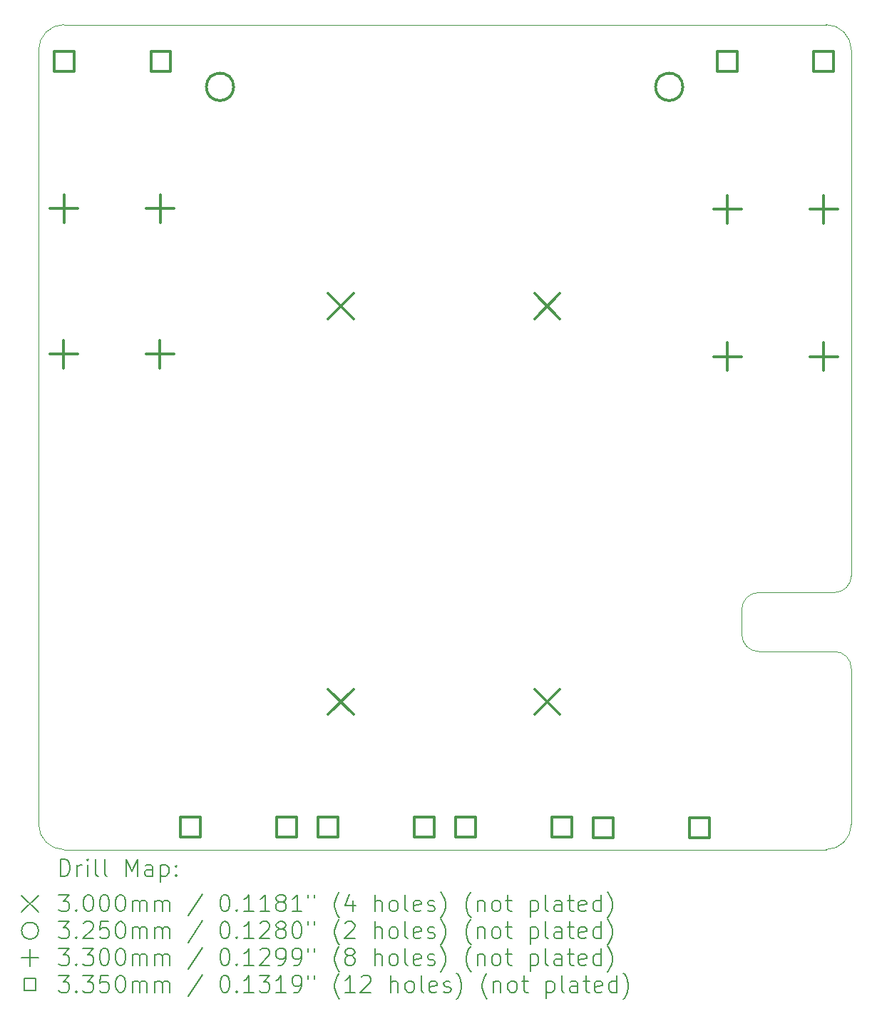
<source format=gbr>
%TF.GenerationSoftware,KiCad,Pcbnew,8.0.1-8.0.1-1~ubuntu22.04.1*%
%TF.CreationDate,2024-04-16T20:31:58-04:00*%
%TF.ProjectId,pdb,7064622e-6b69-4636-9164-5f7063625858,rev?*%
%TF.SameCoordinates,Original*%
%TF.FileFunction,Drillmap*%
%TF.FilePolarity,Positive*%
%FSLAX45Y45*%
G04 Gerber Fmt 4.5, Leading zero omitted, Abs format (unit mm)*
G04 Created by KiCad (PCBNEW 8.0.1-8.0.1-1~ubuntu22.04.1) date 2024-04-16 20:31:58*
%MOMM*%
%LPD*%
G01*
G04 APERTURE LIST*
%ADD10C,0.050000*%
%ADD11C,0.200000*%
%ADD12C,0.300000*%
%ADD13C,0.325000*%
%ADD14C,0.330000*%
%ADD15C,0.335000*%
G04 APERTURE END LIST*
D10*
X10450000Y-8900000D02*
X10450000Y-9200000D01*
X2400000Y-1962132D02*
X11450000Y-1962132D01*
X11750000Y-8500000D02*
G75*
G02*
X11550000Y-8700000I-200000J0D01*
G01*
X11750000Y-11450000D02*
G75*
G02*
X11450000Y-11750000I-300000J0D01*
G01*
X11450000Y-11750000D02*
X2400000Y-11750000D01*
X2100000Y-2262132D02*
G75*
G02*
X2400000Y-1962132I300000J0D01*
G01*
X10450000Y-8900000D02*
G75*
G02*
X10650000Y-8700000I200000J0D01*
G01*
X11550000Y-9400000D02*
G75*
G02*
X11750000Y-9600000I0J-200000D01*
G01*
X10650000Y-8700000D02*
X11550000Y-8700000D01*
X2100000Y-11450000D02*
X2100000Y-2262132D01*
X10650000Y-9400000D02*
G75*
G02*
X10450000Y-9200000I0J200000D01*
G01*
X11750000Y-2262132D02*
X11750000Y-8500000D01*
X2400000Y-11750000D02*
G75*
G02*
X2100000Y-11450000I0J300000D01*
G01*
X11750000Y-9600000D02*
X11750000Y-11450000D01*
X11450000Y-1962132D02*
G75*
G02*
X11749998Y-2262132I0J-299998D01*
G01*
X11550000Y-9400000D02*
X10650000Y-9400000D01*
D11*
D12*
X5537000Y-5151000D02*
X5837000Y-5451000D01*
X5837000Y-5151000D02*
X5537000Y-5451000D01*
X5537000Y-9846000D02*
X5837000Y-10146000D01*
X5837000Y-9846000D02*
X5537000Y-10146000D01*
X7988000Y-5151000D02*
X8288000Y-5451000D01*
X8288000Y-5151000D02*
X7988000Y-5451000D01*
X7988000Y-9846000D02*
X8288000Y-10146000D01*
X8288000Y-9846000D02*
X7988000Y-10146000D01*
D13*
X4415500Y-2700000D02*
G75*
G02*
X4090500Y-2700000I-162500J0D01*
G01*
X4090500Y-2700000D02*
G75*
G02*
X4415500Y-2700000I162500J0D01*
G01*
X9749500Y-2700000D02*
G75*
G02*
X9424500Y-2700000I-162500J0D01*
G01*
X9424500Y-2700000D02*
G75*
G02*
X9749500Y-2700000I162500J0D01*
G01*
D14*
X2398500Y-5705000D02*
X2398500Y-6035000D01*
X2233500Y-5870000D02*
X2563500Y-5870000D01*
X2399750Y-3978000D02*
X2399750Y-4308000D01*
X2234750Y-4143000D02*
X2564750Y-4143000D01*
X3541500Y-5705000D02*
X3541500Y-6035000D01*
X3376500Y-5870000D02*
X3706500Y-5870000D01*
X3542750Y-3978000D02*
X3542750Y-4308000D01*
X3377750Y-4143000D02*
X3707750Y-4143000D01*
X10278500Y-3988000D02*
X10278500Y-4318000D01*
X10113500Y-4153000D02*
X10443500Y-4153000D01*
X10278500Y-5735000D02*
X10278500Y-6065000D01*
X10113500Y-5900000D02*
X10443500Y-5900000D01*
X11421500Y-3988000D02*
X11421500Y-4318000D01*
X11256500Y-4153000D02*
X11586500Y-4153000D01*
X11421500Y-5735000D02*
X11421500Y-6065000D01*
X11256500Y-5900000D02*
X11586500Y-5900000D01*
D15*
X2525242Y-2518442D02*
X2525242Y-2281559D01*
X2288359Y-2281559D01*
X2288359Y-2518442D01*
X2525242Y-2518442D01*
X3668441Y-2518442D02*
X3668441Y-2281559D01*
X3431558Y-2281559D01*
X3431558Y-2518442D01*
X3668441Y-2518442D01*
X4016241Y-11598441D02*
X4016241Y-11361558D01*
X3779358Y-11361558D01*
X3779358Y-11598441D01*
X4016241Y-11598441D01*
X5159442Y-11598441D02*
X5159442Y-11361558D01*
X4922559Y-11361558D01*
X4922559Y-11598441D01*
X5159442Y-11598441D01*
X5657241Y-11603441D02*
X5657241Y-11366558D01*
X5420359Y-11366558D01*
X5420359Y-11603441D01*
X5657241Y-11603441D01*
X6800441Y-11603441D02*
X6800441Y-11366558D01*
X6563558Y-11366558D01*
X6563558Y-11603441D01*
X6800441Y-11603441D01*
X7289341Y-11603441D02*
X7289341Y-11366558D01*
X7052458Y-11366558D01*
X7052458Y-11603441D01*
X7289341Y-11603441D01*
X8432542Y-11603441D02*
X8432542Y-11366558D01*
X8195658Y-11366558D01*
X8195658Y-11603441D01*
X8432542Y-11603441D01*
X8919342Y-11613441D02*
X8919342Y-11376558D01*
X8682459Y-11376558D01*
X8682459Y-11613441D01*
X8919342Y-11613441D01*
X10062542Y-11613441D02*
X10062542Y-11376558D01*
X9825659Y-11376558D01*
X9825659Y-11613441D01*
X10062542Y-11613441D01*
X10398442Y-2516442D02*
X10398442Y-2279559D01*
X10161559Y-2279559D01*
X10161559Y-2516442D01*
X10398442Y-2516442D01*
X11541641Y-2516442D02*
X11541641Y-2279559D01*
X11304758Y-2279559D01*
X11304758Y-2516442D01*
X11541641Y-2516442D01*
D11*
X2358277Y-12063984D02*
X2358277Y-11863984D01*
X2358277Y-11863984D02*
X2405896Y-11863984D01*
X2405896Y-11863984D02*
X2434467Y-11873508D01*
X2434467Y-11873508D02*
X2453515Y-11892555D01*
X2453515Y-11892555D02*
X2463039Y-11911603D01*
X2463039Y-11911603D02*
X2472563Y-11949698D01*
X2472563Y-11949698D02*
X2472563Y-11978269D01*
X2472563Y-11978269D02*
X2463039Y-12016365D01*
X2463039Y-12016365D02*
X2453515Y-12035412D01*
X2453515Y-12035412D02*
X2434467Y-12054460D01*
X2434467Y-12054460D02*
X2405896Y-12063984D01*
X2405896Y-12063984D02*
X2358277Y-12063984D01*
X2558277Y-12063984D02*
X2558277Y-11930650D01*
X2558277Y-11968746D02*
X2567801Y-11949698D01*
X2567801Y-11949698D02*
X2577324Y-11940174D01*
X2577324Y-11940174D02*
X2596372Y-11930650D01*
X2596372Y-11930650D02*
X2615420Y-11930650D01*
X2682086Y-12063984D02*
X2682086Y-11930650D01*
X2682086Y-11863984D02*
X2672563Y-11873508D01*
X2672563Y-11873508D02*
X2682086Y-11883031D01*
X2682086Y-11883031D02*
X2691610Y-11873508D01*
X2691610Y-11873508D02*
X2682086Y-11863984D01*
X2682086Y-11863984D02*
X2682086Y-11883031D01*
X2805896Y-12063984D02*
X2786848Y-12054460D01*
X2786848Y-12054460D02*
X2777324Y-12035412D01*
X2777324Y-12035412D02*
X2777324Y-11863984D01*
X2910658Y-12063984D02*
X2891610Y-12054460D01*
X2891610Y-12054460D02*
X2882086Y-12035412D01*
X2882086Y-12035412D02*
X2882086Y-11863984D01*
X3139229Y-12063984D02*
X3139229Y-11863984D01*
X3139229Y-11863984D02*
X3205896Y-12006841D01*
X3205896Y-12006841D02*
X3272562Y-11863984D01*
X3272562Y-11863984D02*
X3272562Y-12063984D01*
X3453515Y-12063984D02*
X3453515Y-11959222D01*
X3453515Y-11959222D02*
X3443991Y-11940174D01*
X3443991Y-11940174D02*
X3424943Y-11930650D01*
X3424943Y-11930650D02*
X3386848Y-11930650D01*
X3386848Y-11930650D02*
X3367801Y-11940174D01*
X3453515Y-12054460D02*
X3434467Y-12063984D01*
X3434467Y-12063984D02*
X3386848Y-12063984D01*
X3386848Y-12063984D02*
X3367801Y-12054460D01*
X3367801Y-12054460D02*
X3358277Y-12035412D01*
X3358277Y-12035412D02*
X3358277Y-12016365D01*
X3358277Y-12016365D02*
X3367801Y-11997317D01*
X3367801Y-11997317D02*
X3386848Y-11987793D01*
X3386848Y-11987793D02*
X3434467Y-11987793D01*
X3434467Y-11987793D02*
X3453515Y-11978269D01*
X3548753Y-11930650D02*
X3548753Y-12130650D01*
X3548753Y-11940174D02*
X3567801Y-11930650D01*
X3567801Y-11930650D02*
X3605896Y-11930650D01*
X3605896Y-11930650D02*
X3624943Y-11940174D01*
X3624943Y-11940174D02*
X3634467Y-11949698D01*
X3634467Y-11949698D02*
X3643991Y-11968746D01*
X3643991Y-11968746D02*
X3643991Y-12025888D01*
X3643991Y-12025888D02*
X3634467Y-12044936D01*
X3634467Y-12044936D02*
X3624943Y-12054460D01*
X3624943Y-12054460D02*
X3605896Y-12063984D01*
X3605896Y-12063984D02*
X3567801Y-12063984D01*
X3567801Y-12063984D02*
X3548753Y-12054460D01*
X3729705Y-12044936D02*
X3739229Y-12054460D01*
X3739229Y-12054460D02*
X3729705Y-12063984D01*
X3729705Y-12063984D02*
X3720182Y-12054460D01*
X3720182Y-12054460D02*
X3729705Y-12044936D01*
X3729705Y-12044936D02*
X3729705Y-12063984D01*
X3729705Y-11940174D02*
X3739229Y-11949698D01*
X3739229Y-11949698D02*
X3729705Y-11959222D01*
X3729705Y-11959222D02*
X3720182Y-11949698D01*
X3720182Y-11949698D02*
X3729705Y-11940174D01*
X3729705Y-11940174D02*
X3729705Y-11959222D01*
X1897500Y-12292500D02*
X2097500Y-12492500D01*
X2097500Y-12292500D02*
X1897500Y-12492500D01*
X2339229Y-12283984D02*
X2463039Y-12283984D01*
X2463039Y-12283984D02*
X2396372Y-12360174D01*
X2396372Y-12360174D02*
X2424944Y-12360174D01*
X2424944Y-12360174D02*
X2443991Y-12369698D01*
X2443991Y-12369698D02*
X2453515Y-12379222D01*
X2453515Y-12379222D02*
X2463039Y-12398269D01*
X2463039Y-12398269D02*
X2463039Y-12445888D01*
X2463039Y-12445888D02*
X2453515Y-12464936D01*
X2453515Y-12464936D02*
X2443991Y-12474460D01*
X2443991Y-12474460D02*
X2424944Y-12483984D01*
X2424944Y-12483984D02*
X2367801Y-12483984D01*
X2367801Y-12483984D02*
X2348753Y-12474460D01*
X2348753Y-12474460D02*
X2339229Y-12464936D01*
X2548753Y-12464936D02*
X2558277Y-12474460D01*
X2558277Y-12474460D02*
X2548753Y-12483984D01*
X2548753Y-12483984D02*
X2539229Y-12474460D01*
X2539229Y-12474460D02*
X2548753Y-12464936D01*
X2548753Y-12464936D02*
X2548753Y-12483984D01*
X2682086Y-12283984D02*
X2701134Y-12283984D01*
X2701134Y-12283984D02*
X2720182Y-12293508D01*
X2720182Y-12293508D02*
X2729705Y-12303031D01*
X2729705Y-12303031D02*
X2739229Y-12322079D01*
X2739229Y-12322079D02*
X2748753Y-12360174D01*
X2748753Y-12360174D02*
X2748753Y-12407793D01*
X2748753Y-12407793D02*
X2739229Y-12445888D01*
X2739229Y-12445888D02*
X2729705Y-12464936D01*
X2729705Y-12464936D02*
X2720182Y-12474460D01*
X2720182Y-12474460D02*
X2701134Y-12483984D01*
X2701134Y-12483984D02*
X2682086Y-12483984D01*
X2682086Y-12483984D02*
X2663039Y-12474460D01*
X2663039Y-12474460D02*
X2653515Y-12464936D01*
X2653515Y-12464936D02*
X2643991Y-12445888D01*
X2643991Y-12445888D02*
X2634467Y-12407793D01*
X2634467Y-12407793D02*
X2634467Y-12360174D01*
X2634467Y-12360174D02*
X2643991Y-12322079D01*
X2643991Y-12322079D02*
X2653515Y-12303031D01*
X2653515Y-12303031D02*
X2663039Y-12293508D01*
X2663039Y-12293508D02*
X2682086Y-12283984D01*
X2872562Y-12283984D02*
X2891610Y-12283984D01*
X2891610Y-12283984D02*
X2910658Y-12293508D01*
X2910658Y-12293508D02*
X2920182Y-12303031D01*
X2920182Y-12303031D02*
X2929705Y-12322079D01*
X2929705Y-12322079D02*
X2939229Y-12360174D01*
X2939229Y-12360174D02*
X2939229Y-12407793D01*
X2939229Y-12407793D02*
X2929705Y-12445888D01*
X2929705Y-12445888D02*
X2920182Y-12464936D01*
X2920182Y-12464936D02*
X2910658Y-12474460D01*
X2910658Y-12474460D02*
X2891610Y-12483984D01*
X2891610Y-12483984D02*
X2872562Y-12483984D01*
X2872562Y-12483984D02*
X2853515Y-12474460D01*
X2853515Y-12474460D02*
X2843991Y-12464936D01*
X2843991Y-12464936D02*
X2834467Y-12445888D01*
X2834467Y-12445888D02*
X2824943Y-12407793D01*
X2824943Y-12407793D02*
X2824943Y-12360174D01*
X2824943Y-12360174D02*
X2834467Y-12322079D01*
X2834467Y-12322079D02*
X2843991Y-12303031D01*
X2843991Y-12303031D02*
X2853515Y-12293508D01*
X2853515Y-12293508D02*
X2872562Y-12283984D01*
X3063039Y-12283984D02*
X3082086Y-12283984D01*
X3082086Y-12283984D02*
X3101134Y-12293508D01*
X3101134Y-12293508D02*
X3110658Y-12303031D01*
X3110658Y-12303031D02*
X3120182Y-12322079D01*
X3120182Y-12322079D02*
X3129705Y-12360174D01*
X3129705Y-12360174D02*
X3129705Y-12407793D01*
X3129705Y-12407793D02*
X3120182Y-12445888D01*
X3120182Y-12445888D02*
X3110658Y-12464936D01*
X3110658Y-12464936D02*
X3101134Y-12474460D01*
X3101134Y-12474460D02*
X3082086Y-12483984D01*
X3082086Y-12483984D02*
X3063039Y-12483984D01*
X3063039Y-12483984D02*
X3043991Y-12474460D01*
X3043991Y-12474460D02*
X3034467Y-12464936D01*
X3034467Y-12464936D02*
X3024943Y-12445888D01*
X3024943Y-12445888D02*
X3015420Y-12407793D01*
X3015420Y-12407793D02*
X3015420Y-12360174D01*
X3015420Y-12360174D02*
X3024943Y-12322079D01*
X3024943Y-12322079D02*
X3034467Y-12303031D01*
X3034467Y-12303031D02*
X3043991Y-12293508D01*
X3043991Y-12293508D02*
X3063039Y-12283984D01*
X3215420Y-12483984D02*
X3215420Y-12350650D01*
X3215420Y-12369698D02*
X3224943Y-12360174D01*
X3224943Y-12360174D02*
X3243991Y-12350650D01*
X3243991Y-12350650D02*
X3272563Y-12350650D01*
X3272563Y-12350650D02*
X3291610Y-12360174D01*
X3291610Y-12360174D02*
X3301134Y-12379222D01*
X3301134Y-12379222D02*
X3301134Y-12483984D01*
X3301134Y-12379222D02*
X3310658Y-12360174D01*
X3310658Y-12360174D02*
X3329705Y-12350650D01*
X3329705Y-12350650D02*
X3358277Y-12350650D01*
X3358277Y-12350650D02*
X3377324Y-12360174D01*
X3377324Y-12360174D02*
X3386848Y-12379222D01*
X3386848Y-12379222D02*
X3386848Y-12483984D01*
X3482086Y-12483984D02*
X3482086Y-12350650D01*
X3482086Y-12369698D02*
X3491610Y-12360174D01*
X3491610Y-12360174D02*
X3510658Y-12350650D01*
X3510658Y-12350650D02*
X3539229Y-12350650D01*
X3539229Y-12350650D02*
X3558277Y-12360174D01*
X3558277Y-12360174D02*
X3567801Y-12379222D01*
X3567801Y-12379222D02*
X3567801Y-12483984D01*
X3567801Y-12379222D02*
X3577324Y-12360174D01*
X3577324Y-12360174D02*
X3596372Y-12350650D01*
X3596372Y-12350650D02*
X3624943Y-12350650D01*
X3624943Y-12350650D02*
X3643991Y-12360174D01*
X3643991Y-12360174D02*
X3653515Y-12379222D01*
X3653515Y-12379222D02*
X3653515Y-12483984D01*
X4043991Y-12274460D02*
X3872563Y-12531603D01*
X4301134Y-12283984D02*
X4320182Y-12283984D01*
X4320182Y-12283984D02*
X4339229Y-12293508D01*
X4339229Y-12293508D02*
X4348753Y-12303031D01*
X4348753Y-12303031D02*
X4358277Y-12322079D01*
X4358277Y-12322079D02*
X4367801Y-12360174D01*
X4367801Y-12360174D02*
X4367801Y-12407793D01*
X4367801Y-12407793D02*
X4358277Y-12445888D01*
X4358277Y-12445888D02*
X4348753Y-12464936D01*
X4348753Y-12464936D02*
X4339229Y-12474460D01*
X4339229Y-12474460D02*
X4320182Y-12483984D01*
X4320182Y-12483984D02*
X4301134Y-12483984D01*
X4301134Y-12483984D02*
X4282087Y-12474460D01*
X4282087Y-12474460D02*
X4272563Y-12464936D01*
X4272563Y-12464936D02*
X4263039Y-12445888D01*
X4263039Y-12445888D02*
X4253515Y-12407793D01*
X4253515Y-12407793D02*
X4253515Y-12360174D01*
X4253515Y-12360174D02*
X4263039Y-12322079D01*
X4263039Y-12322079D02*
X4272563Y-12303031D01*
X4272563Y-12303031D02*
X4282087Y-12293508D01*
X4282087Y-12293508D02*
X4301134Y-12283984D01*
X4453515Y-12464936D02*
X4463039Y-12474460D01*
X4463039Y-12474460D02*
X4453515Y-12483984D01*
X4453515Y-12483984D02*
X4443991Y-12474460D01*
X4443991Y-12474460D02*
X4453515Y-12464936D01*
X4453515Y-12464936D02*
X4453515Y-12483984D01*
X4653515Y-12483984D02*
X4539229Y-12483984D01*
X4596372Y-12483984D02*
X4596372Y-12283984D01*
X4596372Y-12283984D02*
X4577325Y-12312555D01*
X4577325Y-12312555D02*
X4558277Y-12331603D01*
X4558277Y-12331603D02*
X4539229Y-12341127D01*
X4843991Y-12483984D02*
X4729706Y-12483984D01*
X4786848Y-12483984D02*
X4786848Y-12283984D01*
X4786848Y-12283984D02*
X4767801Y-12312555D01*
X4767801Y-12312555D02*
X4748753Y-12331603D01*
X4748753Y-12331603D02*
X4729706Y-12341127D01*
X4958277Y-12369698D02*
X4939229Y-12360174D01*
X4939229Y-12360174D02*
X4929706Y-12350650D01*
X4929706Y-12350650D02*
X4920182Y-12331603D01*
X4920182Y-12331603D02*
X4920182Y-12322079D01*
X4920182Y-12322079D02*
X4929706Y-12303031D01*
X4929706Y-12303031D02*
X4939229Y-12293508D01*
X4939229Y-12293508D02*
X4958277Y-12283984D01*
X4958277Y-12283984D02*
X4996372Y-12283984D01*
X4996372Y-12283984D02*
X5015420Y-12293508D01*
X5015420Y-12293508D02*
X5024944Y-12303031D01*
X5024944Y-12303031D02*
X5034468Y-12322079D01*
X5034468Y-12322079D02*
X5034468Y-12331603D01*
X5034468Y-12331603D02*
X5024944Y-12350650D01*
X5024944Y-12350650D02*
X5015420Y-12360174D01*
X5015420Y-12360174D02*
X4996372Y-12369698D01*
X4996372Y-12369698D02*
X4958277Y-12369698D01*
X4958277Y-12369698D02*
X4939229Y-12379222D01*
X4939229Y-12379222D02*
X4929706Y-12388746D01*
X4929706Y-12388746D02*
X4920182Y-12407793D01*
X4920182Y-12407793D02*
X4920182Y-12445888D01*
X4920182Y-12445888D02*
X4929706Y-12464936D01*
X4929706Y-12464936D02*
X4939229Y-12474460D01*
X4939229Y-12474460D02*
X4958277Y-12483984D01*
X4958277Y-12483984D02*
X4996372Y-12483984D01*
X4996372Y-12483984D02*
X5015420Y-12474460D01*
X5015420Y-12474460D02*
X5024944Y-12464936D01*
X5024944Y-12464936D02*
X5034468Y-12445888D01*
X5034468Y-12445888D02*
X5034468Y-12407793D01*
X5034468Y-12407793D02*
X5024944Y-12388746D01*
X5024944Y-12388746D02*
X5015420Y-12379222D01*
X5015420Y-12379222D02*
X4996372Y-12369698D01*
X5224944Y-12483984D02*
X5110658Y-12483984D01*
X5167801Y-12483984D02*
X5167801Y-12283984D01*
X5167801Y-12283984D02*
X5148753Y-12312555D01*
X5148753Y-12312555D02*
X5129706Y-12331603D01*
X5129706Y-12331603D02*
X5110658Y-12341127D01*
X5301134Y-12283984D02*
X5301134Y-12322079D01*
X5377325Y-12283984D02*
X5377325Y-12322079D01*
X5672563Y-12560174D02*
X5663039Y-12550650D01*
X5663039Y-12550650D02*
X5643991Y-12522079D01*
X5643991Y-12522079D02*
X5634468Y-12503031D01*
X5634468Y-12503031D02*
X5624944Y-12474460D01*
X5624944Y-12474460D02*
X5615420Y-12426841D01*
X5615420Y-12426841D02*
X5615420Y-12388746D01*
X5615420Y-12388746D02*
X5624944Y-12341127D01*
X5624944Y-12341127D02*
X5634468Y-12312555D01*
X5634468Y-12312555D02*
X5643991Y-12293508D01*
X5643991Y-12293508D02*
X5663039Y-12264936D01*
X5663039Y-12264936D02*
X5672563Y-12255412D01*
X5834468Y-12350650D02*
X5834468Y-12483984D01*
X5786848Y-12274460D02*
X5739229Y-12417317D01*
X5739229Y-12417317D02*
X5863039Y-12417317D01*
X6091610Y-12483984D02*
X6091610Y-12283984D01*
X6177325Y-12483984D02*
X6177325Y-12379222D01*
X6177325Y-12379222D02*
X6167801Y-12360174D01*
X6167801Y-12360174D02*
X6148753Y-12350650D01*
X6148753Y-12350650D02*
X6120182Y-12350650D01*
X6120182Y-12350650D02*
X6101134Y-12360174D01*
X6101134Y-12360174D02*
X6091610Y-12369698D01*
X6301134Y-12483984D02*
X6282087Y-12474460D01*
X6282087Y-12474460D02*
X6272563Y-12464936D01*
X6272563Y-12464936D02*
X6263039Y-12445888D01*
X6263039Y-12445888D02*
X6263039Y-12388746D01*
X6263039Y-12388746D02*
X6272563Y-12369698D01*
X6272563Y-12369698D02*
X6282087Y-12360174D01*
X6282087Y-12360174D02*
X6301134Y-12350650D01*
X6301134Y-12350650D02*
X6329706Y-12350650D01*
X6329706Y-12350650D02*
X6348753Y-12360174D01*
X6348753Y-12360174D02*
X6358277Y-12369698D01*
X6358277Y-12369698D02*
X6367801Y-12388746D01*
X6367801Y-12388746D02*
X6367801Y-12445888D01*
X6367801Y-12445888D02*
X6358277Y-12464936D01*
X6358277Y-12464936D02*
X6348753Y-12474460D01*
X6348753Y-12474460D02*
X6329706Y-12483984D01*
X6329706Y-12483984D02*
X6301134Y-12483984D01*
X6482087Y-12483984D02*
X6463039Y-12474460D01*
X6463039Y-12474460D02*
X6453515Y-12455412D01*
X6453515Y-12455412D02*
X6453515Y-12283984D01*
X6634468Y-12474460D02*
X6615420Y-12483984D01*
X6615420Y-12483984D02*
X6577325Y-12483984D01*
X6577325Y-12483984D02*
X6558277Y-12474460D01*
X6558277Y-12474460D02*
X6548753Y-12455412D01*
X6548753Y-12455412D02*
X6548753Y-12379222D01*
X6548753Y-12379222D02*
X6558277Y-12360174D01*
X6558277Y-12360174D02*
X6577325Y-12350650D01*
X6577325Y-12350650D02*
X6615420Y-12350650D01*
X6615420Y-12350650D02*
X6634468Y-12360174D01*
X6634468Y-12360174D02*
X6643991Y-12379222D01*
X6643991Y-12379222D02*
X6643991Y-12398269D01*
X6643991Y-12398269D02*
X6548753Y-12417317D01*
X6720182Y-12474460D02*
X6739230Y-12483984D01*
X6739230Y-12483984D02*
X6777325Y-12483984D01*
X6777325Y-12483984D02*
X6796372Y-12474460D01*
X6796372Y-12474460D02*
X6805896Y-12455412D01*
X6805896Y-12455412D02*
X6805896Y-12445888D01*
X6805896Y-12445888D02*
X6796372Y-12426841D01*
X6796372Y-12426841D02*
X6777325Y-12417317D01*
X6777325Y-12417317D02*
X6748753Y-12417317D01*
X6748753Y-12417317D02*
X6729706Y-12407793D01*
X6729706Y-12407793D02*
X6720182Y-12388746D01*
X6720182Y-12388746D02*
X6720182Y-12379222D01*
X6720182Y-12379222D02*
X6729706Y-12360174D01*
X6729706Y-12360174D02*
X6748753Y-12350650D01*
X6748753Y-12350650D02*
X6777325Y-12350650D01*
X6777325Y-12350650D02*
X6796372Y-12360174D01*
X6872563Y-12560174D02*
X6882087Y-12550650D01*
X6882087Y-12550650D02*
X6901134Y-12522079D01*
X6901134Y-12522079D02*
X6910658Y-12503031D01*
X6910658Y-12503031D02*
X6920182Y-12474460D01*
X6920182Y-12474460D02*
X6929706Y-12426841D01*
X6929706Y-12426841D02*
X6929706Y-12388746D01*
X6929706Y-12388746D02*
X6920182Y-12341127D01*
X6920182Y-12341127D02*
X6910658Y-12312555D01*
X6910658Y-12312555D02*
X6901134Y-12293508D01*
X6901134Y-12293508D02*
X6882087Y-12264936D01*
X6882087Y-12264936D02*
X6872563Y-12255412D01*
X7234468Y-12560174D02*
X7224944Y-12550650D01*
X7224944Y-12550650D02*
X7205896Y-12522079D01*
X7205896Y-12522079D02*
X7196372Y-12503031D01*
X7196372Y-12503031D02*
X7186849Y-12474460D01*
X7186849Y-12474460D02*
X7177325Y-12426841D01*
X7177325Y-12426841D02*
X7177325Y-12388746D01*
X7177325Y-12388746D02*
X7186849Y-12341127D01*
X7186849Y-12341127D02*
X7196372Y-12312555D01*
X7196372Y-12312555D02*
X7205896Y-12293508D01*
X7205896Y-12293508D02*
X7224944Y-12264936D01*
X7224944Y-12264936D02*
X7234468Y-12255412D01*
X7310658Y-12350650D02*
X7310658Y-12483984D01*
X7310658Y-12369698D02*
X7320182Y-12360174D01*
X7320182Y-12360174D02*
X7339230Y-12350650D01*
X7339230Y-12350650D02*
X7367801Y-12350650D01*
X7367801Y-12350650D02*
X7386849Y-12360174D01*
X7386849Y-12360174D02*
X7396372Y-12379222D01*
X7396372Y-12379222D02*
X7396372Y-12483984D01*
X7520182Y-12483984D02*
X7501134Y-12474460D01*
X7501134Y-12474460D02*
X7491611Y-12464936D01*
X7491611Y-12464936D02*
X7482087Y-12445888D01*
X7482087Y-12445888D02*
X7482087Y-12388746D01*
X7482087Y-12388746D02*
X7491611Y-12369698D01*
X7491611Y-12369698D02*
X7501134Y-12360174D01*
X7501134Y-12360174D02*
X7520182Y-12350650D01*
X7520182Y-12350650D02*
X7548753Y-12350650D01*
X7548753Y-12350650D02*
X7567801Y-12360174D01*
X7567801Y-12360174D02*
X7577325Y-12369698D01*
X7577325Y-12369698D02*
X7586849Y-12388746D01*
X7586849Y-12388746D02*
X7586849Y-12445888D01*
X7586849Y-12445888D02*
X7577325Y-12464936D01*
X7577325Y-12464936D02*
X7567801Y-12474460D01*
X7567801Y-12474460D02*
X7548753Y-12483984D01*
X7548753Y-12483984D02*
X7520182Y-12483984D01*
X7643992Y-12350650D02*
X7720182Y-12350650D01*
X7672563Y-12283984D02*
X7672563Y-12455412D01*
X7672563Y-12455412D02*
X7682087Y-12474460D01*
X7682087Y-12474460D02*
X7701134Y-12483984D01*
X7701134Y-12483984D02*
X7720182Y-12483984D01*
X7939230Y-12350650D02*
X7939230Y-12550650D01*
X7939230Y-12360174D02*
X7958277Y-12350650D01*
X7958277Y-12350650D02*
X7996373Y-12350650D01*
X7996373Y-12350650D02*
X8015420Y-12360174D01*
X8015420Y-12360174D02*
X8024944Y-12369698D01*
X8024944Y-12369698D02*
X8034468Y-12388746D01*
X8034468Y-12388746D02*
X8034468Y-12445888D01*
X8034468Y-12445888D02*
X8024944Y-12464936D01*
X8024944Y-12464936D02*
X8015420Y-12474460D01*
X8015420Y-12474460D02*
X7996373Y-12483984D01*
X7996373Y-12483984D02*
X7958277Y-12483984D01*
X7958277Y-12483984D02*
X7939230Y-12474460D01*
X8148753Y-12483984D02*
X8129706Y-12474460D01*
X8129706Y-12474460D02*
X8120182Y-12455412D01*
X8120182Y-12455412D02*
X8120182Y-12283984D01*
X8310658Y-12483984D02*
X8310658Y-12379222D01*
X8310658Y-12379222D02*
X8301134Y-12360174D01*
X8301134Y-12360174D02*
X8282087Y-12350650D01*
X8282087Y-12350650D02*
X8243992Y-12350650D01*
X8243992Y-12350650D02*
X8224944Y-12360174D01*
X8310658Y-12474460D02*
X8291611Y-12483984D01*
X8291611Y-12483984D02*
X8243992Y-12483984D01*
X8243992Y-12483984D02*
X8224944Y-12474460D01*
X8224944Y-12474460D02*
X8215420Y-12455412D01*
X8215420Y-12455412D02*
X8215420Y-12436365D01*
X8215420Y-12436365D02*
X8224944Y-12417317D01*
X8224944Y-12417317D02*
X8243992Y-12407793D01*
X8243992Y-12407793D02*
X8291611Y-12407793D01*
X8291611Y-12407793D02*
X8310658Y-12398269D01*
X8377325Y-12350650D02*
X8453515Y-12350650D01*
X8405896Y-12283984D02*
X8405896Y-12455412D01*
X8405896Y-12455412D02*
X8415420Y-12474460D01*
X8415420Y-12474460D02*
X8434468Y-12483984D01*
X8434468Y-12483984D02*
X8453515Y-12483984D01*
X8596373Y-12474460D02*
X8577325Y-12483984D01*
X8577325Y-12483984D02*
X8539230Y-12483984D01*
X8539230Y-12483984D02*
X8520182Y-12474460D01*
X8520182Y-12474460D02*
X8510658Y-12455412D01*
X8510658Y-12455412D02*
X8510658Y-12379222D01*
X8510658Y-12379222D02*
X8520182Y-12360174D01*
X8520182Y-12360174D02*
X8539230Y-12350650D01*
X8539230Y-12350650D02*
X8577325Y-12350650D01*
X8577325Y-12350650D02*
X8596373Y-12360174D01*
X8596373Y-12360174D02*
X8605896Y-12379222D01*
X8605896Y-12379222D02*
X8605896Y-12398269D01*
X8605896Y-12398269D02*
X8510658Y-12417317D01*
X8777325Y-12483984D02*
X8777325Y-12283984D01*
X8777325Y-12474460D02*
X8758277Y-12483984D01*
X8758277Y-12483984D02*
X8720182Y-12483984D01*
X8720182Y-12483984D02*
X8701135Y-12474460D01*
X8701135Y-12474460D02*
X8691611Y-12464936D01*
X8691611Y-12464936D02*
X8682087Y-12445888D01*
X8682087Y-12445888D02*
X8682087Y-12388746D01*
X8682087Y-12388746D02*
X8691611Y-12369698D01*
X8691611Y-12369698D02*
X8701135Y-12360174D01*
X8701135Y-12360174D02*
X8720182Y-12350650D01*
X8720182Y-12350650D02*
X8758277Y-12350650D01*
X8758277Y-12350650D02*
X8777325Y-12360174D01*
X8853516Y-12560174D02*
X8863039Y-12550650D01*
X8863039Y-12550650D02*
X8882087Y-12522079D01*
X8882087Y-12522079D02*
X8891611Y-12503031D01*
X8891611Y-12503031D02*
X8901135Y-12474460D01*
X8901135Y-12474460D02*
X8910658Y-12426841D01*
X8910658Y-12426841D02*
X8910658Y-12388746D01*
X8910658Y-12388746D02*
X8901135Y-12341127D01*
X8901135Y-12341127D02*
X8891611Y-12312555D01*
X8891611Y-12312555D02*
X8882087Y-12293508D01*
X8882087Y-12293508D02*
X8863039Y-12264936D01*
X8863039Y-12264936D02*
X8853516Y-12255412D01*
X2097500Y-12712500D02*
G75*
G02*
X1897500Y-12712500I-100000J0D01*
G01*
X1897500Y-12712500D02*
G75*
G02*
X2097500Y-12712500I100000J0D01*
G01*
X2339229Y-12603984D02*
X2463039Y-12603984D01*
X2463039Y-12603984D02*
X2396372Y-12680174D01*
X2396372Y-12680174D02*
X2424944Y-12680174D01*
X2424944Y-12680174D02*
X2443991Y-12689698D01*
X2443991Y-12689698D02*
X2453515Y-12699222D01*
X2453515Y-12699222D02*
X2463039Y-12718269D01*
X2463039Y-12718269D02*
X2463039Y-12765888D01*
X2463039Y-12765888D02*
X2453515Y-12784936D01*
X2453515Y-12784936D02*
X2443991Y-12794460D01*
X2443991Y-12794460D02*
X2424944Y-12803984D01*
X2424944Y-12803984D02*
X2367801Y-12803984D01*
X2367801Y-12803984D02*
X2348753Y-12794460D01*
X2348753Y-12794460D02*
X2339229Y-12784936D01*
X2548753Y-12784936D02*
X2558277Y-12794460D01*
X2558277Y-12794460D02*
X2548753Y-12803984D01*
X2548753Y-12803984D02*
X2539229Y-12794460D01*
X2539229Y-12794460D02*
X2548753Y-12784936D01*
X2548753Y-12784936D02*
X2548753Y-12803984D01*
X2634467Y-12623031D02*
X2643991Y-12613508D01*
X2643991Y-12613508D02*
X2663039Y-12603984D01*
X2663039Y-12603984D02*
X2710658Y-12603984D01*
X2710658Y-12603984D02*
X2729705Y-12613508D01*
X2729705Y-12613508D02*
X2739229Y-12623031D01*
X2739229Y-12623031D02*
X2748753Y-12642079D01*
X2748753Y-12642079D02*
X2748753Y-12661127D01*
X2748753Y-12661127D02*
X2739229Y-12689698D01*
X2739229Y-12689698D02*
X2624944Y-12803984D01*
X2624944Y-12803984D02*
X2748753Y-12803984D01*
X2929705Y-12603984D02*
X2834467Y-12603984D01*
X2834467Y-12603984D02*
X2824943Y-12699222D01*
X2824943Y-12699222D02*
X2834467Y-12689698D01*
X2834467Y-12689698D02*
X2853515Y-12680174D01*
X2853515Y-12680174D02*
X2901134Y-12680174D01*
X2901134Y-12680174D02*
X2920182Y-12689698D01*
X2920182Y-12689698D02*
X2929705Y-12699222D01*
X2929705Y-12699222D02*
X2939229Y-12718269D01*
X2939229Y-12718269D02*
X2939229Y-12765888D01*
X2939229Y-12765888D02*
X2929705Y-12784936D01*
X2929705Y-12784936D02*
X2920182Y-12794460D01*
X2920182Y-12794460D02*
X2901134Y-12803984D01*
X2901134Y-12803984D02*
X2853515Y-12803984D01*
X2853515Y-12803984D02*
X2834467Y-12794460D01*
X2834467Y-12794460D02*
X2824943Y-12784936D01*
X3063039Y-12603984D02*
X3082086Y-12603984D01*
X3082086Y-12603984D02*
X3101134Y-12613508D01*
X3101134Y-12613508D02*
X3110658Y-12623031D01*
X3110658Y-12623031D02*
X3120182Y-12642079D01*
X3120182Y-12642079D02*
X3129705Y-12680174D01*
X3129705Y-12680174D02*
X3129705Y-12727793D01*
X3129705Y-12727793D02*
X3120182Y-12765888D01*
X3120182Y-12765888D02*
X3110658Y-12784936D01*
X3110658Y-12784936D02*
X3101134Y-12794460D01*
X3101134Y-12794460D02*
X3082086Y-12803984D01*
X3082086Y-12803984D02*
X3063039Y-12803984D01*
X3063039Y-12803984D02*
X3043991Y-12794460D01*
X3043991Y-12794460D02*
X3034467Y-12784936D01*
X3034467Y-12784936D02*
X3024943Y-12765888D01*
X3024943Y-12765888D02*
X3015420Y-12727793D01*
X3015420Y-12727793D02*
X3015420Y-12680174D01*
X3015420Y-12680174D02*
X3024943Y-12642079D01*
X3024943Y-12642079D02*
X3034467Y-12623031D01*
X3034467Y-12623031D02*
X3043991Y-12613508D01*
X3043991Y-12613508D02*
X3063039Y-12603984D01*
X3215420Y-12803984D02*
X3215420Y-12670650D01*
X3215420Y-12689698D02*
X3224943Y-12680174D01*
X3224943Y-12680174D02*
X3243991Y-12670650D01*
X3243991Y-12670650D02*
X3272563Y-12670650D01*
X3272563Y-12670650D02*
X3291610Y-12680174D01*
X3291610Y-12680174D02*
X3301134Y-12699222D01*
X3301134Y-12699222D02*
X3301134Y-12803984D01*
X3301134Y-12699222D02*
X3310658Y-12680174D01*
X3310658Y-12680174D02*
X3329705Y-12670650D01*
X3329705Y-12670650D02*
X3358277Y-12670650D01*
X3358277Y-12670650D02*
X3377324Y-12680174D01*
X3377324Y-12680174D02*
X3386848Y-12699222D01*
X3386848Y-12699222D02*
X3386848Y-12803984D01*
X3482086Y-12803984D02*
X3482086Y-12670650D01*
X3482086Y-12689698D02*
X3491610Y-12680174D01*
X3491610Y-12680174D02*
X3510658Y-12670650D01*
X3510658Y-12670650D02*
X3539229Y-12670650D01*
X3539229Y-12670650D02*
X3558277Y-12680174D01*
X3558277Y-12680174D02*
X3567801Y-12699222D01*
X3567801Y-12699222D02*
X3567801Y-12803984D01*
X3567801Y-12699222D02*
X3577324Y-12680174D01*
X3577324Y-12680174D02*
X3596372Y-12670650D01*
X3596372Y-12670650D02*
X3624943Y-12670650D01*
X3624943Y-12670650D02*
X3643991Y-12680174D01*
X3643991Y-12680174D02*
X3653515Y-12699222D01*
X3653515Y-12699222D02*
X3653515Y-12803984D01*
X4043991Y-12594460D02*
X3872563Y-12851603D01*
X4301134Y-12603984D02*
X4320182Y-12603984D01*
X4320182Y-12603984D02*
X4339229Y-12613508D01*
X4339229Y-12613508D02*
X4348753Y-12623031D01*
X4348753Y-12623031D02*
X4358277Y-12642079D01*
X4358277Y-12642079D02*
X4367801Y-12680174D01*
X4367801Y-12680174D02*
X4367801Y-12727793D01*
X4367801Y-12727793D02*
X4358277Y-12765888D01*
X4358277Y-12765888D02*
X4348753Y-12784936D01*
X4348753Y-12784936D02*
X4339229Y-12794460D01*
X4339229Y-12794460D02*
X4320182Y-12803984D01*
X4320182Y-12803984D02*
X4301134Y-12803984D01*
X4301134Y-12803984D02*
X4282087Y-12794460D01*
X4282087Y-12794460D02*
X4272563Y-12784936D01*
X4272563Y-12784936D02*
X4263039Y-12765888D01*
X4263039Y-12765888D02*
X4253515Y-12727793D01*
X4253515Y-12727793D02*
X4253515Y-12680174D01*
X4253515Y-12680174D02*
X4263039Y-12642079D01*
X4263039Y-12642079D02*
X4272563Y-12623031D01*
X4272563Y-12623031D02*
X4282087Y-12613508D01*
X4282087Y-12613508D02*
X4301134Y-12603984D01*
X4453515Y-12784936D02*
X4463039Y-12794460D01*
X4463039Y-12794460D02*
X4453515Y-12803984D01*
X4453515Y-12803984D02*
X4443991Y-12794460D01*
X4443991Y-12794460D02*
X4453515Y-12784936D01*
X4453515Y-12784936D02*
X4453515Y-12803984D01*
X4653515Y-12803984D02*
X4539229Y-12803984D01*
X4596372Y-12803984D02*
X4596372Y-12603984D01*
X4596372Y-12603984D02*
X4577325Y-12632555D01*
X4577325Y-12632555D02*
X4558277Y-12651603D01*
X4558277Y-12651603D02*
X4539229Y-12661127D01*
X4729706Y-12623031D02*
X4739229Y-12613508D01*
X4739229Y-12613508D02*
X4758277Y-12603984D01*
X4758277Y-12603984D02*
X4805896Y-12603984D01*
X4805896Y-12603984D02*
X4824944Y-12613508D01*
X4824944Y-12613508D02*
X4834468Y-12623031D01*
X4834468Y-12623031D02*
X4843991Y-12642079D01*
X4843991Y-12642079D02*
X4843991Y-12661127D01*
X4843991Y-12661127D02*
X4834468Y-12689698D01*
X4834468Y-12689698D02*
X4720182Y-12803984D01*
X4720182Y-12803984D02*
X4843991Y-12803984D01*
X4958277Y-12689698D02*
X4939229Y-12680174D01*
X4939229Y-12680174D02*
X4929706Y-12670650D01*
X4929706Y-12670650D02*
X4920182Y-12651603D01*
X4920182Y-12651603D02*
X4920182Y-12642079D01*
X4920182Y-12642079D02*
X4929706Y-12623031D01*
X4929706Y-12623031D02*
X4939229Y-12613508D01*
X4939229Y-12613508D02*
X4958277Y-12603984D01*
X4958277Y-12603984D02*
X4996372Y-12603984D01*
X4996372Y-12603984D02*
X5015420Y-12613508D01*
X5015420Y-12613508D02*
X5024944Y-12623031D01*
X5024944Y-12623031D02*
X5034468Y-12642079D01*
X5034468Y-12642079D02*
X5034468Y-12651603D01*
X5034468Y-12651603D02*
X5024944Y-12670650D01*
X5024944Y-12670650D02*
X5015420Y-12680174D01*
X5015420Y-12680174D02*
X4996372Y-12689698D01*
X4996372Y-12689698D02*
X4958277Y-12689698D01*
X4958277Y-12689698D02*
X4939229Y-12699222D01*
X4939229Y-12699222D02*
X4929706Y-12708746D01*
X4929706Y-12708746D02*
X4920182Y-12727793D01*
X4920182Y-12727793D02*
X4920182Y-12765888D01*
X4920182Y-12765888D02*
X4929706Y-12784936D01*
X4929706Y-12784936D02*
X4939229Y-12794460D01*
X4939229Y-12794460D02*
X4958277Y-12803984D01*
X4958277Y-12803984D02*
X4996372Y-12803984D01*
X4996372Y-12803984D02*
X5015420Y-12794460D01*
X5015420Y-12794460D02*
X5024944Y-12784936D01*
X5024944Y-12784936D02*
X5034468Y-12765888D01*
X5034468Y-12765888D02*
X5034468Y-12727793D01*
X5034468Y-12727793D02*
X5024944Y-12708746D01*
X5024944Y-12708746D02*
X5015420Y-12699222D01*
X5015420Y-12699222D02*
X4996372Y-12689698D01*
X5158277Y-12603984D02*
X5177325Y-12603984D01*
X5177325Y-12603984D02*
X5196372Y-12613508D01*
X5196372Y-12613508D02*
X5205896Y-12623031D01*
X5205896Y-12623031D02*
X5215420Y-12642079D01*
X5215420Y-12642079D02*
X5224944Y-12680174D01*
X5224944Y-12680174D02*
X5224944Y-12727793D01*
X5224944Y-12727793D02*
X5215420Y-12765888D01*
X5215420Y-12765888D02*
X5205896Y-12784936D01*
X5205896Y-12784936D02*
X5196372Y-12794460D01*
X5196372Y-12794460D02*
X5177325Y-12803984D01*
X5177325Y-12803984D02*
X5158277Y-12803984D01*
X5158277Y-12803984D02*
X5139229Y-12794460D01*
X5139229Y-12794460D02*
X5129706Y-12784936D01*
X5129706Y-12784936D02*
X5120182Y-12765888D01*
X5120182Y-12765888D02*
X5110658Y-12727793D01*
X5110658Y-12727793D02*
X5110658Y-12680174D01*
X5110658Y-12680174D02*
X5120182Y-12642079D01*
X5120182Y-12642079D02*
X5129706Y-12623031D01*
X5129706Y-12623031D02*
X5139229Y-12613508D01*
X5139229Y-12613508D02*
X5158277Y-12603984D01*
X5301134Y-12603984D02*
X5301134Y-12642079D01*
X5377325Y-12603984D02*
X5377325Y-12642079D01*
X5672563Y-12880174D02*
X5663039Y-12870650D01*
X5663039Y-12870650D02*
X5643991Y-12842079D01*
X5643991Y-12842079D02*
X5634468Y-12823031D01*
X5634468Y-12823031D02*
X5624944Y-12794460D01*
X5624944Y-12794460D02*
X5615420Y-12746841D01*
X5615420Y-12746841D02*
X5615420Y-12708746D01*
X5615420Y-12708746D02*
X5624944Y-12661127D01*
X5624944Y-12661127D02*
X5634468Y-12632555D01*
X5634468Y-12632555D02*
X5643991Y-12613508D01*
X5643991Y-12613508D02*
X5663039Y-12584936D01*
X5663039Y-12584936D02*
X5672563Y-12575412D01*
X5739229Y-12623031D02*
X5748753Y-12613508D01*
X5748753Y-12613508D02*
X5767801Y-12603984D01*
X5767801Y-12603984D02*
X5815420Y-12603984D01*
X5815420Y-12603984D02*
X5834468Y-12613508D01*
X5834468Y-12613508D02*
X5843991Y-12623031D01*
X5843991Y-12623031D02*
X5853515Y-12642079D01*
X5853515Y-12642079D02*
X5853515Y-12661127D01*
X5853515Y-12661127D02*
X5843991Y-12689698D01*
X5843991Y-12689698D02*
X5729706Y-12803984D01*
X5729706Y-12803984D02*
X5853515Y-12803984D01*
X6091610Y-12803984D02*
X6091610Y-12603984D01*
X6177325Y-12803984D02*
X6177325Y-12699222D01*
X6177325Y-12699222D02*
X6167801Y-12680174D01*
X6167801Y-12680174D02*
X6148753Y-12670650D01*
X6148753Y-12670650D02*
X6120182Y-12670650D01*
X6120182Y-12670650D02*
X6101134Y-12680174D01*
X6101134Y-12680174D02*
X6091610Y-12689698D01*
X6301134Y-12803984D02*
X6282087Y-12794460D01*
X6282087Y-12794460D02*
X6272563Y-12784936D01*
X6272563Y-12784936D02*
X6263039Y-12765888D01*
X6263039Y-12765888D02*
X6263039Y-12708746D01*
X6263039Y-12708746D02*
X6272563Y-12689698D01*
X6272563Y-12689698D02*
X6282087Y-12680174D01*
X6282087Y-12680174D02*
X6301134Y-12670650D01*
X6301134Y-12670650D02*
X6329706Y-12670650D01*
X6329706Y-12670650D02*
X6348753Y-12680174D01*
X6348753Y-12680174D02*
X6358277Y-12689698D01*
X6358277Y-12689698D02*
X6367801Y-12708746D01*
X6367801Y-12708746D02*
X6367801Y-12765888D01*
X6367801Y-12765888D02*
X6358277Y-12784936D01*
X6358277Y-12784936D02*
X6348753Y-12794460D01*
X6348753Y-12794460D02*
X6329706Y-12803984D01*
X6329706Y-12803984D02*
X6301134Y-12803984D01*
X6482087Y-12803984D02*
X6463039Y-12794460D01*
X6463039Y-12794460D02*
X6453515Y-12775412D01*
X6453515Y-12775412D02*
X6453515Y-12603984D01*
X6634468Y-12794460D02*
X6615420Y-12803984D01*
X6615420Y-12803984D02*
X6577325Y-12803984D01*
X6577325Y-12803984D02*
X6558277Y-12794460D01*
X6558277Y-12794460D02*
X6548753Y-12775412D01*
X6548753Y-12775412D02*
X6548753Y-12699222D01*
X6548753Y-12699222D02*
X6558277Y-12680174D01*
X6558277Y-12680174D02*
X6577325Y-12670650D01*
X6577325Y-12670650D02*
X6615420Y-12670650D01*
X6615420Y-12670650D02*
X6634468Y-12680174D01*
X6634468Y-12680174D02*
X6643991Y-12699222D01*
X6643991Y-12699222D02*
X6643991Y-12718269D01*
X6643991Y-12718269D02*
X6548753Y-12737317D01*
X6720182Y-12794460D02*
X6739230Y-12803984D01*
X6739230Y-12803984D02*
X6777325Y-12803984D01*
X6777325Y-12803984D02*
X6796372Y-12794460D01*
X6796372Y-12794460D02*
X6805896Y-12775412D01*
X6805896Y-12775412D02*
X6805896Y-12765888D01*
X6805896Y-12765888D02*
X6796372Y-12746841D01*
X6796372Y-12746841D02*
X6777325Y-12737317D01*
X6777325Y-12737317D02*
X6748753Y-12737317D01*
X6748753Y-12737317D02*
X6729706Y-12727793D01*
X6729706Y-12727793D02*
X6720182Y-12708746D01*
X6720182Y-12708746D02*
X6720182Y-12699222D01*
X6720182Y-12699222D02*
X6729706Y-12680174D01*
X6729706Y-12680174D02*
X6748753Y-12670650D01*
X6748753Y-12670650D02*
X6777325Y-12670650D01*
X6777325Y-12670650D02*
X6796372Y-12680174D01*
X6872563Y-12880174D02*
X6882087Y-12870650D01*
X6882087Y-12870650D02*
X6901134Y-12842079D01*
X6901134Y-12842079D02*
X6910658Y-12823031D01*
X6910658Y-12823031D02*
X6920182Y-12794460D01*
X6920182Y-12794460D02*
X6929706Y-12746841D01*
X6929706Y-12746841D02*
X6929706Y-12708746D01*
X6929706Y-12708746D02*
X6920182Y-12661127D01*
X6920182Y-12661127D02*
X6910658Y-12632555D01*
X6910658Y-12632555D02*
X6901134Y-12613508D01*
X6901134Y-12613508D02*
X6882087Y-12584936D01*
X6882087Y-12584936D02*
X6872563Y-12575412D01*
X7234468Y-12880174D02*
X7224944Y-12870650D01*
X7224944Y-12870650D02*
X7205896Y-12842079D01*
X7205896Y-12842079D02*
X7196372Y-12823031D01*
X7196372Y-12823031D02*
X7186849Y-12794460D01*
X7186849Y-12794460D02*
X7177325Y-12746841D01*
X7177325Y-12746841D02*
X7177325Y-12708746D01*
X7177325Y-12708746D02*
X7186849Y-12661127D01*
X7186849Y-12661127D02*
X7196372Y-12632555D01*
X7196372Y-12632555D02*
X7205896Y-12613508D01*
X7205896Y-12613508D02*
X7224944Y-12584936D01*
X7224944Y-12584936D02*
X7234468Y-12575412D01*
X7310658Y-12670650D02*
X7310658Y-12803984D01*
X7310658Y-12689698D02*
X7320182Y-12680174D01*
X7320182Y-12680174D02*
X7339230Y-12670650D01*
X7339230Y-12670650D02*
X7367801Y-12670650D01*
X7367801Y-12670650D02*
X7386849Y-12680174D01*
X7386849Y-12680174D02*
X7396372Y-12699222D01*
X7396372Y-12699222D02*
X7396372Y-12803984D01*
X7520182Y-12803984D02*
X7501134Y-12794460D01*
X7501134Y-12794460D02*
X7491611Y-12784936D01*
X7491611Y-12784936D02*
X7482087Y-12765888D01*
X7482087Y-12765888D02*
X7482087Y-12708746D01*
X7482087Y-12708746D02*
X7491611Y-12689698D01*
X7491611Y-12689698D02*
X7501134Y-12680174D01*
X7501134Y-12680174D02*
X7520182Y-12670650D01*
X7520182Y-12670650D02*
X7548753Y-12670650D01*
X7548753Y-12670650D02*
X7567801Y-12680174D01*
X7567801Y-12680174D02*
X7577325Y-12689698D01*
X7577325Y-12689698D02*
X7586849Y-12708746D01*
X7586849Y-12708746D02*
X7586849Y-12765888D01*
X7586849Y-12765888D02*
X7577325Y-12784936D01*
X7577325Y-12784936D02*
X7567801Y-12794460D01*
X7567801Y-12794460D02*
X7548753Y-12803984D01*
X7548753Y-12803984D02*
X7520182Y-12803984D01*
X7643992Y-12670650D02*
X7720182Y-12670650D01*
X7672563Y-12603984D02*
X7672563Y-12775412D01*
X7672563Y-12775412D02*
X7682087Y-12794460D01*
X7682087Y-12794460D02*
X7701134Y-12803984D01*
X7701134Y-12803984D02*
X7720182Y-12803984D01*
X7939230Y-12670650D02*
X7939230Y-12870650D01*
X7939230Y-12680174D02*
X7958277Y-12670650D01*
X7958277Y-12670650D02*
X7996373Y-12670650D01*
X7996373Y-12670650D02*
X8015420Y-12680174D01*
X8015420Y-12680174D02*
X8024944Y-12689698D01*
X8024944Y-12689698D02*
X8034468Y-12708746D01*
X8034468Y-12708746D02*
X8034468Y-12765888D01*
X8034468Y-12765888D02*
X8024944Y-12784936D01*
X8024944Y-12784936D02*
X8015420Y-12794460D01*
X8015420Y-12794460D02*
X7996373Y-12803984D01*
X7996373Y-12803984D02*
X7958277Y-12803984D01*
X7958277Y-12803984D02*
X7939230Y-12794460D01*
X8148753Y-12803984D02*
X8129706Y-12794460D01*
X8129706Y-12794460D02*
X8120182Y-12775412D01*
X8120182Y-12775412D02*
X8120182Y-12603984D01*
X8310658Y-12803984D02*
X8310658Y-12699222D01*
X8310658Y-12699222D02*
X8301134Y-12680174D01*
X8301134Y-12680174D02*
X8282087Y-12670650D01*
X8282087Y-12670650D02*
X8243992Y-12670650D01*
X8243992Y-12670650D02*
X8224944Y-12680174D01*
X8310658Y-12794460D02*
X8291611Y-12803984D01*
X8291611Y-12803984D02*
X8243992Y-12803984D01*
X8243992Y-12803984D02*
X8224944Y-12794460D01*
X8224944Y-12794460D02*
X8215420Y-12775412D01*
X8215420Y-12775412D02*
X8215420Y-12756365D01*
X8215420Y-12756365D02*
X8224944Y-12737317D01*
X8224944Y-12737317D02*
X8243992Y-12727793D01*
X8243992Y-12727793D02*
X8291611Y-12727793D01*
X8291611Y-12727793D02*
X8310658Y-12718269D01*
X8377325Y-12670650D02*
X8453515Y-12670650D01*
X8405896Y-12603984D02*
X8405896Y-12775412D01*
X8405896Y-12775412D02*
X8415420Y-12794460D01*
X8415420Y-12794460D02*
X8434468Y-12803984D01*
X8434468Y-12803984D02*
X8453515Y-12803984D01*
X8596373Y-12794460D02*
X8577325Y-12803984D01*
X8577325Y-12803984D02*
X8539230Y-12803984D01*
X8539230Y-12803984D02*
X8520182Y-12794460D01*
X8520182Y-12794460D02*
X8510658Y-12775412D01*
X8510658Y-12775412D02*
X8510658Y-12699222D01*
X8510658Y-12699222D02*
X8520182Y-12680174D01*
X8520182Y-12680174D02*
X8539230Y-12670650D01*
X8539230Y-12670650D02*
X8577325Y-12670650D01*
X8577325Y-12670650D02*
X8596373Y-12680174D01*
X8596373Y-12680174D02*
X8605896Y-12699222D01*
X8605896Y-12699222D02*
X8605896Y-12718269D01*
X8605896Y-12718269D02*
X8510658Y-12737317D01*
X8777325Y-12803984D02*
X8777325Y-12603984D01*
X8777325Y-12794460D02*
X8758277Y-12803984D01*
X8758277Y-12803984D02*
X8720182Y-12803984D01*
X8720182Y-12803984D02*
X8701135Y-12794460D01*
X8701135Y-12794460D02*
X8691611Y-12784936D01*
X8691611Y-12784936D02*
X8682087Y-12765888D01*
X8682087Y-12765888D02*
X8682087Y-12708746D01*
X8682087Y-12708746D02*
X8691611Y-12689698D01*
X8691611Y-12689698D02*
X8701135Y-12680174D01*
X8701135Y-12680174D02*
X8720182Y-12670650D01*
X8720182Y-12670650D02*
X8758277Y-12670650D01*
X8758277Y-12670650D02*
X8777325Y-12680174D01*
X8853516Y-12880174D02*
X8863039Y-12870650D01*
X8863039Y-12870650D02*
X8882087Y-12842079D01*
X8882087Y-12842079D02*
X8891611Y-12823031D01*
X8891611Y-12823031D02*
X8901135Y-12794460D01*
X8901135Y-12794460D02*
X8910658Y-12746841D01*
X8910658Y-12746841D02*
X8910658Y-12708746D01*
X8910658Y-12708746D02*
X8901135Y-12661127D01*
X8901135Y-12661127D02*
X8891611Y-12632555D01*
X8891611Y-12632555D02*
X8882087Y-12613508D01*
X8882087Y-12613508D02*
X8863039Y-12584936D01*
X8863039Y-12584936D02*
X8853516Y-12575412D01*
X1997500Y-12932500D02*
X1997500Y-13132500D01*
X1897500Y-13032500D02*
X2097500Y-13032500D01*
X2339229Y-12923984D02*
X2463039Y-12923984D01*
X2463039Y-12923984D02*
X2396372Y-13000174D01*
X2396372Y-13000174D02*
X2424944Y-13000174D01*
X2424944Y-13000174D02*
X2443991Y-13009698D01*
X2443991Y-13009698D02*
X2453515Y-13019222D01*
X2453515Y-13019222D02*
X2463039Y-13038269D01*
X2463039Y-13038269D02*
X2463039Y-13085888D01*
X2463039Y-13085888D02*
X2453515Y-13104936D01*
X2453515Y-13104936D02*
X2443991Y-13114460D01*
X2443991Y-13114460D02*
X2424944Y-13123984D01*
X2424944Y-13123984D02*
X2367801Y-13123984D01*
X2367801Y-13123984D02*
X2348753Y-13114460D01*
X2348753Y-13114460D02*
X2339229Y-13104936D01*
X2548753Y-13104936D02*
X2558277Y-13114460D01*
X2558277Y-13114460D02*
X2548753Y-13123984D01*
X2548753Y-13123984D02*
X2539229Y-13114460D01*
X2539229Y-13114460D02*
X2548753Y-13104936D01*
X2548753Y-13104936D02*
X2548753Y-13123984D01*
X2624944Y-12923984D02*
X2748753Y-12923984D01*
X2748753Y-12923984D02*
X2682086Y-13000174D01*
X2682086Y-13000174D02*
X2710658Y-13000174D01*
X2710658Y-13000174D02*
X2729705Y-13009698D01*
X2729705Y-13009698D02*
X2739229Y-13019222D01*
X2739229Y-13019222D02*
X2748753Y-13038269D01*
X2748753Y-13038269D02*
X2748753Y-13085888D01*
X2748753Y-13085888D02*
X2739229Y-13104936D01*
X2739229Y-13104936D02*
X2729705Y-13114460D01*
X2729705Y-13114460D02*
X2710658Y-13123984D01*
X2710658Y-13123984D02*
X2653515Y-13123984D01*
X2653515Y-13123984D02*
X2634467Y-13114460D01*
X2634467Y-13114460D02*
X2624944Y-13104936D01*
X2872562Y-12923984D02*
X2891610Y-12923984D01*
X2891610Y-12923984D02*
X2910658Y-12933508D01*
X2910658Y-12933508D02*
X2920182Y-12943031D01*
X2920182Y-12943031D02*
X2929705Y-12962079D01*
X2929705Y-12962079D02*
X2939229Y-13000174D01*
X2939229Y-13000174D02*
X2939229Y-13047793D01*
X2939229Y-13047793D02*
X2929705Y-13085888D01*
X2929705Y-13085888D02*
X2920182Y-13104936D01*
X2920182Y-13104936D02*
X2910658Y-13114460D01*
X2910658Y-13114460D02*
X2891610Y-13123984D01*
X2891610Y-13123984D02*
X2872562Y-13123984D01*
X2872562Y-13123984D02*
X2853515Y-13114460D01*
X2853515Y-13114460D02*
X2843991Y-13104936D01*
X2843991Y-13104936D02*
X2834467Y-13085888D01*
X2834467Y-13085888D02*
X2824943Y-13047793D01*
X2824943Y-13047793D02*
X2824943Y-13000174D01*
X2824943Y-13000174D02*
X2834467Y-12962079D01*
X2834467Y-12962079D02*
X2843991Y-12943031D01*
X2843991Y-12943031D02*
X2853515Y-12933508D01*
X2853515Y-12933508D02*
X2872562Y-12923984D01*
X3063039Y-12923984D02*
X3082086Y-12923984D01*
X3082086Y-12923984D02*
X3101134Y-12933508D01*
X3101134Y-12933508D02*
X3110658Y-12943031D01*
X3110658Y-12943031D02*
X3120182Y-12962079D01*
X3120182Y-12962079D02*
X3129705Y-13000174D01*
X3129705Y-13000174D02*
X3129705Y-13047793D01*
X3129705Y-13047793D02*
X3120182Y-13085888D01*
X3120182Y-13085888D02*
X3110658Y-13104936D01*
X3110658Y-13104936D02*
X3101134Y-13114460D01*
X3101134Y-13114460D02*
X3082086Y-13123984D01*
X3082086Y-13123984D02*
X3063039Y-13123984D01*
X3063039Y-13123984D02*
X3043991Y-13114460D01*
X3043991Y-13114460D02*
X3034467Y-13104936D01*
X3034467Y-13104936D02*
X3024943Y-13085888D01*
X3024943Y-13085888D02*
X3015420Y-13047793D01*
X3015420Y-13047793D02*
X3015420Y-13000174D01*
X3015420Y-13000174D02*
X3024943Y-12962079D01*
X3024943Y-12962079D02*
X3034467Y-12943031D01*
X3034467Y-12943031D02*
X3043991Y-12933508D01*
X3043991Y-12933508D02*
X3063039Y-12923984D01*
X3215420Y-13123984D02*
X3215420Y-12990650D01*
X3215420Y-13009698D02*
X3224943Y-13000174D01*
X3224943Y-13000174D02*
X3243991Y-12990650D01*
X3243991Y-12990650D02*
X3272563Y-12990650D01*
X3272563Y-12990650D02*
X3291610Y-13000174D01*
X3291610Y-13000174D02*
X3301134Y-13019222D01*
X3301134Y-13019222D02*
X3301134Y-13123984D01*
X3301134Y-13019222D02*
X3310658Y-13000174D01*
X3310658Y-13000174D02*
X3329705Y-12990650D01*
X3329705Y-12990650D02*
X3358277Y-12990650D01*
X3358277Y-12990650D02*
X3377324Y-13000174D01*
X3377324Y-13000174D02*
X3386848Y-13019222D01*
X3386848Y-13019222D02*
X3386848Y-13123984D01*
X3482086Y-13123984D02*
X3482086Y-12990650D01*
X3482086Y-13009698D02*
X3491610Y-13000174D01*
X3491610Y-13000174D02*
X3510658Y-12990650D01*
X3510658Y-12990650D02*
X3539229Y-12990650D01*
X3539229Y-12990650D02*
X3558277Y-13000174D01*
X3558277Y-13000174D02*
X3567801Y-13019222D01*
X3567801Y-13019222D02*
X3567801Y-13123984D01*
X3567801Y-13019222D02*
X3577324Y-13000174D01*
X3577324Y-13000174D02*
X3596372Y-12990650D01*
X3596372Y-12990650D02*
X3624943Y-12990650D01*
X3624943Y-12990650D02*
X3643991Y-13000174D01*
X3643991Y-13000174D02*
X3653515Y-13019222D01*
X3653515Y-13019222D02*
X3653515Y-13123984D01*
X4043991Y-12914460D02*
X3872563Y-13171603D01*
X4301134Y-12923984D02*
X4320182Y-12923984D01*
X4320182Y-12923984D02*
X4339229Y-12933508D01*
X4339229Y-12933508D02*
X4348753Y-12943031D01*
X4348753Y-12943031D02*
X4358277Y-12962079D01*
X4358277Y-12962079D02*
X4367801Y-13000174D01*
X4367801Y-13000174D02*
X4367801Y-13047793D01*
X4367801Y-13047793D02*
X4358277Y-13085888D01*
X4358277Y-13085888D02*
X4348753Y-13104936D01*
X4348753Y-13104936D02*
X4339229Y-13114460D01*
X4339229Y-13114460D02*
X4320182Y-13123984D01*
X4320182Y-13123984D02*
X4301134Y-13123984D01*
X4301134Y-13123984D02*
X4282087Y-13114460D01*
X4282087Y-13114460D02*
X4272563Y-13104936D01*
X4272563Y-13104936D02*
X4263039Y-13085888D01*
X4263039Y-13085888D02*
X4253515Y-13047793D01*
X4253515Y-13047793D02*
X4253515Y-13000174D01*
X4253515Y-13000174D02*
X4263039Y-12962079D01*
X4263039Y-12962079D02*
X4272563Y-12943031D01*
X4272563Y-12943031D02*
X4282087Y-12933508D01*
X4282087Y-12933508D02*
X4301134Y-12923984D01*
X4453515Y-13104936D02*
X4463039Y-13114460D01*
X4463039Y-13114460D02*
X4453515Y-13123984D01*
X4453515Y-13123984D02*
X4443991Y-13114460D01*
X4443991Y-13114460D02*
X4453515Y-13104936D01*
X4453515Y-13104936D02*
X4453515Y-13123984D01*
X4653515Y-13123984D02*
X4539229Y-13123984D01*
X4596372Y-13123984D02*
X4596372Y-12923984D01*
X4596372Y-12923984D02*
X4577325Y-12952555D01*
X4577325Y-12952555D02*
X4558277Y-12971603D01*
X4558277Y-12971603D02*
X4539229Y-12981127D01*
X4729706Y-12943031D02*
X4739229Y-12933508D01*
X4739229Y-12933508D02*
X4758277Y-12923984D01*
X4758277Y-12923984D02*
X4805896Y-12923984D01*
X4805896Y-12923984D02*
X4824944Y-12933508D01*
X4824944Y-12933508D02*
X4834468Y-12943031D01*
X4834468Y-12943031D02*
X4843991Y-12962079D01*
X4843991Y-12962079D02*
X4843991Y-12981127D01*
X4843991Y-12981127D02*
X4834468Y-13009698D01*
X4834468Y-13009698D02*
X4720182Y-13123984D01*
X4720182Y-13123984D02*
X4843991Y-13123984D01*
X4939229Y-13123984D02*
X4977325Y-13123984D01*
X4977325Y-13123984D02*
X4996372Y-13114460D01*
X4996372Y-13114460D02*
X5005896Y-13104936D01*
X5005896Y-13104936D02*
X5024944Y-13076365D01*
X5024944Y-13076365D02*
X5034468Y-13038269D01*
X5034468Y-13038269D02*
X5034468Y-12962079D01*
X5034468Y-12962079D02*
X5024944Y-12943031D01*
X5024944Y-12943031D02*
X5015420Y-12933508D01*
X5015420Y-12933508D02*
X4996372Y-12923984D01*
X4996372Y-12923984D02*
X4958277Y-12923984D01*
X4958277Y-12923984D02*
X4939229Y-12933508D01*
X4939229Y-12933508D02*
X4929706Y-12943031D01*
X4929706Y-12943031D02*
X4920182Y-12962079D01*
X4920182Y-12962079D02*
X4920182Y-13009698D01*
X4920182Y-13009698D02*
X4929706Y-13028746D01*
X4929706Y-13028746D02*
X4939229Y-13038269D01*
X4939229Y-13038269D02*
X4958277Y-13047793D01*
X4958277Y-13047793D02*
X4996372Y-13047793D01*
X4996372Y-13047793D02*
X5015420Y-13038269D01*
X5015420Y-13038269D02*
X5024944Y-13028746D01*
X5024944Y-13028746D02*
X5034468Y-13009698D01*
X5129706Y-13123984D02*
X5167801Y-13123984D01*
X5167801Y-13123984D02*
X5186849Y-13114460D01*
X5186849Y-13114460D02*
X5196372Y-13104936D01*
X5196372Y-13104936D02*
X5215420Y-13076365D01*
X5215420Y-13076365D02*
X5224944Y-13038269D01*
X5224944Y-13038269D02*
X5224944Y-12962079D01*
X5224944Y-12962079D02*
X5215420Y-12943031D01*
X5215420Y-12943031D02*
X5205896Y-12933508D01*
X5205896Y-12933508D02*
X5186849Y-12923984D01*
X5186849Y-12923984D02*
X5148753Y-12923984D01*
X5148753Y-12923984D02*
X5129706Y-12933508D01*
X5129706Y-12933508D02*
X5120182Y-12943031D01*
X5120182Y-12943031D02*
X5110658Y-12962079D01*
X5110658Y-12962079D02*
X5110658Y-13009698D01*
X5110658Y-13009698D02*
X5120182Y-13028746D01*
X5120182Y-13028746D02*
X5129706Y-13038269D01*
X5129706Y-13038269D02*
X5148753Y-13047793D01*
X5148753Y-13047793D02*
X5186849Y-13047793D01*
X5186849Y-13047793D02*
X5205896Y-13038269D01*
X5205896Y-13038269D02*
X5215420Y-13028746D01*
X5215420Y-13028746D02*
X5224944Y-13009698D01*
X5301134Y-12923984D02*
X5301134Y-12962079D01*
X5377325Y-12923984D02*
X5377325Y-12962079D01*
X5672563Y-13200174D02*
X5663039Y-13190650D01*
X5663039Y-13190650D02*
X5643991Y-13162079D01*
X5643991Y-13162079D02*
X5634468Y-13143031D01*
X5634468Y-13143031D02*
X5624944Y-13114460D01*
X5624944Y-13114460D02*
X5615420Y-13066841D01*
X5615420Y-13066841D02*
X5615420Y-13028746D01*
X5615420Y-13028746D02*
X5624944Y-12981127D01*
X5624944Y-12981127D02*
X5634468Y-12952555D01*
X5634468Y-12952555D02*
X5643991Y-12933508D01*
X5643991Y-12933508D02*
X5663039Y-12904936D01*
X5663039Y-12904936D02*
X5672563Y-12895412D01*
X5777325Y-13009698D02*
X5758277Y-13000174D01*
X5758277Y-13000174D02*
X5748753Y-12990650D01*
X5748753Y-12990650D02*
X5739229Y-12971603D01*
X5739229Y-12971603D02*
X5739229Y-12962079D01*
X5739229Y-12962079D02*
X5748753Y-12943031D01*
X5748753Y-12943031D02*
X5758277Y-12933508D01*
X5758277Y-12933508D02*
X5777325Y-12923984D01*
X5777325Y-12923984D02*
X5815420Y-12923984D01*
X5815420Y-12923984D02*
X5834468Y-12933508D01*
X5834468Y-12933508D02*
X5843991Y-12943031D01*
X5843991Y-12943031D02*
X5853515Y-12962079D01*
X5853515Y-12962079D02*
X5853515Y-12971603D01*
X5853515Y-12971603D02*
X5843991Y-12990650D01*
X5843991Y-12990650D02*
X5834468Y-13000174D01*
X5834468Y-13000174D02*
X5815420Y-13009698D01*
X5815420Y-13009698D02*
X5777325Y-13009698D01*
X5777325Y-13009698D02*
X5758277Y-13019222D01*
X5758277Y-13019222D02*
X5748753Y-13028746D01*
X5748753Y-13028746D02*
X5739229Y-13047793D01*
X5739229Y-13047793D02*
X5739229Y-13085888D01*
X5739229Y-13085888D02*
X5748753Y-13104936D01*
X5748753Y-13104936D02*
X5758277Y-13114460D01*
X5758277Y-13114460D02*
X5777325Y-13123984D01*
X5777325Y-13123984D02*
X5815420Y-13123984D01*
X5815420Y-13123984D02*
X5834468Y-13114460D01*
X5834468Y-13114460D02*
X5843991Y-13104936D01*
X5843991Y-13104936D02*
X5853515Y-13085888D01*
X5853515Y-13085888D02*
X5853515Y-13047793D01*
X5853515Y-13047793D02*
X5843991Y-13028746D01*
X5843991Y-13028746D02*
X5834468Y-13019222D01*
X5834468Y-13019222D02*
X5815420Y-13009698D01*
X6091610Y-13123984D02*
X6091610Y-12923984D01*
X6177325Y-13123984D02*
X6177325Y-13019222D01*
X6177325Y-13019222D02*
X6167801Y-13000174D01*
X6167801Y-13000174D02*
X6148753Y-12990650D01*
X6148753Y-12990650D02*
X6120182Y-12990650D01*
X6120182Y-12990650D02*
X6101134Y-13000174D01*
X6101134Y-13000174D02*
X6091610Y-13009698D01*
X6301134Y-13123984D02*
X6282087Y-13114460D01*
X6282087Y-13114460D02*
X6272563Y-13104936D01*
X6272563Y-13104936D02*
X6263039Y-13085888D01*
X6263039Y-13085888D02*
X6263039Y-13028746D01*
X6263039Y-13028746D02*
X6272563Y-13009698D01*
X6272563Y-13009698D02*
X6282087Y-13000174D01*
X6282087Y-13000174D02*
X6301134Y-12990650D01*
X6301134Y-12990650D02*
X6329706Y-12990650D01*
X6329706Y-12990650D02*
X6348753Y-13000174D01*
X6348753Y-13000174D02*
X6358277Y-13009698D01*
X6358277Y-13009698D02*
X6367801Y-13028746D01*
X6367801Y-13028746D02*
X6367801Y-13085888D01*
X6367801Y-13085888D02*
X6358277Y-13104936D01*
X6358277Y-13104936D02*
X6348753Y-13114460D01*
X6348753Y-13114460D02*
X6329706Y-13123984D01*
X6329706Y-13123984D02*
X6301134Y-13123984D01*
X6482087Y-13123984D02*
X6463039Y-13114460D01*
X6463039Y-13114460D02*
X6453515Y-13095412D01*
X6453515Y-13095412D02*
X6453515Y-12923984D01*
X6634468Y-13114460D02*
X6615420Y-13123984D01*
X6615420Y-13123984D02*
X6577325Y-13123984D01*
X6577325Y-13123984D02*
X6558277Y-13114460D01*
X6558277Y-13114460D02*
X6548753Y-13095412D01*
X6548753Y-13095412D02*
X6548753Y-13019222D01*
X6548753Y-13019222D02*
X6558277Y-13000174D01*
X6558277Y-13000174D02*
X6577325Y-12990650D01*
X6577325Y-12990650D02*
X6615420Y-12990650D01*
X6615420Y-12990650D02*
X6634468Y-13000174D01*
X6634468Y-13000174D02*
X6643991Y-13019222D01*
X6643991Y-13019222D02*
X6643991Y-13038269D01*
X6643991Y-13038269D02*
X6548753Y-13057317D01*
X6720182Y-13114460D02*
X6739230Y-13123984D01*
X6739230Y-13123984D02*
X6777325Y-13123984D01*
X6777325Y-13123984D02*
X6796372Y-13114460D01*
X6796372Y-13114460D02*
X6805896Y-13095412D01*
X6805896Y-13095412D02*
X6805896Y-13085888D01*
X6805896Y-13085888D02*
X6796372Y-13066841D01*
X6796372Y-13066841D02*
X6777325Y-13057317D01*
X6777325Y-13057317D02*
X6748753Y-13057317D01*
X6748753Y-13057317D02*
X6729706Y-13047793D01*
X6729706Y-13047793D02*
X6720182Y-13028746D01*
X6720182Y-13028746D02*
X6720182Y-13019222D01*
X6720182Y-13019222D02*
X6729706Y-13000174D01*
X6729706Y-13000174D02*
X6748753Y-12990650D01*
X6748753Y-12990650D02*
X6777325Y-12990650D01*
X6777325Y-12990650D02*
X6796372Y-13000174D01*
X6872563Y-13200174D02*
X6882087Y-13190650D01*
X6882087Y-13190650D02*
X6901134Y-13162079D01*
X6901134Y-13162079D02*
X6910658Y-13143031D01*
X6910658Y-13143031D02*
X6920182Y-13114460D01*
X6920182Y-13114460D02*
X6929706Y-13066841D01*
X6929706Y-13066841D02*
X6929706Y-13028746D01*
X6929706Y-13028746D02*
X6920182Y-12981127D01*
X6920182Y-12981127D02*
X6910658Y-12952555D01*
X6910658Y-12952555D02*
X6901134Y-12933508D01*
X6901134Y-12933508D02*
X6882087Y-12904936D01*
X6882087Y-12904936D02*
X6872563Y-12895412D01*
X7234468Y-13200174D02*
X7224944Y-13190650D01*
X7224944Y-13190650D02*
X7205896Y-13162079D01*
X7205896Y-13162079D02*
X7196372Y-13143031D01*
X7196372Y-13143031D02*
X7186849Y-13114460D01*
X7186849Y-13114460D02*
X7177325Y-13066841D01*
X7177325Y-13066841D02*
X7177325Y-13028746D01*
X7177325Y-13028746D02*
X7186849Y-12981127D01*
X7186849Y-12981127D02*
X7196372Y-12952555D01*
X7196372Y-12952555D02*
X7205896Y-12933508D01*
X7205896Y-12933508D02*
X7224944Y-12904936D01*
X7224944Y-12904936D02*
X7234468Y-12895412D01*
X7310658Y-12990650D02*
X7310658Y-13123984D01*
X7310658Y-13009698D02*
X7320182Y-13000174D01*
X7320182Y-13000174D02*
X7339230Y-12990650D01*
X7339230Y-12990650D02*
X7367801Y-12990650D01*
X7367801Y-12990650D02*
X7386849Y-13000174D01*
X7386849Y-13000174D02*
X7396372Y-13019222D01*
X7396372Y-13019222D02*
X7396372Y-13123984D01*
X7520182Y-13123984D02*
X7501134Y-13114460D01*
X7501134Y-13114460D02*
X7491611Y-13104936D01*
X7491611Y-13104936D02*
X7482087Y-13085888D01*
X7482087Y-13085888D02*
X7482087Y-13028746D01*
X7482087Y-13028746D02*
X7491611Y-13009698D01*
X7491611Y-13009698D02*
X7501134Y-13000174D01*
X7501134Y-13000174D02*
X7520182Y-12990650D01*
X7520182Y-12990650D02*
X7548753Y-12990650D01*
X7548753Y-12990650D02*
X7567801Y-13000174D01*
X7567801Y-13000174D02*
X7577325Y-13009698D01*
X7577325Y-13009698D02*
X7586849Y-13028746D01*
X7586849Y-13028746D02*
X7586849Y-13085888D01*
X7586849Y-13085888D02*
X7577325Y-13104936D01*
X7577325Y-13104936D02*
X7567801Y-13114460D01*
X7567801Y-13114460D02*
X7548753Y-13123984D01*
X7548753Y-13123984D02*
X7520182Y-13123984D01*
X7643992Y-12990650D02*
X7720182Y-12990650D01*
X7672563Y-12923984D02*
X7672563Y-13095412D01*
X7672563Y-13095412D02*
X7682087Y-13114460D01*
X7682087Y-13114460D02*
X7701134Y-13123984D01*
X7701134Y-13123984D02*
X7720182Y-13123984D01*
X7939230Y-12990650D02*
X7939230Y-13190650D01*
X7939230Y-13000174D02*
X7958277Y-12990650D01*
X7958277Y-12990650D02*
X7996373Y-12990650D01*
X7996373Y-12990650D02*
X8015420Y-13000174D01*
X8015420Y-13000174D02*
X8024944Y-13009698D01*
X8024944Y-13009698D02*
X8034468Y-13028746D01*
X8034468Y-13028746D02*
X8034468Y-13085888D01*
X8034468Y-13085888D02*
X8024944Y-13104936D01*
X8024944Y-13104936D02*
X8015420Y-13114460D01*
X8015420Y-13114460D02*
X7996373Y-13123984D01*
X7996373Y-13123984D02*
X7958277Y-13123984D01*
X7958277Y-13123984D02*
X7939230Y-13114460D01*
X8148753Y-13123984D02*
X8129706Y-13114460D01*
X8129706Y-13114460D02*
X8120182Y-13095412D01*
X8120182Y-13095412D02*
X8120182Y-12923984D01*
X8310658Y-13123984D02*
X8310658Y-13019222D01*
X8310658Y-13019222D02*
X8301134Y-13000174D01*
X8301134Y-13000174D02*
X8282087Y-12990650D01*
X8282087Y-12990650D02*
X8243992Y-12990650D01*
X8243992Y-12990650D02*
X8224944Y-13000174D01*
X8310658Y-13114460D02*
X8291611Y-13123984D01*
X8291611Y-13123984D02*
X8243992Y-13123984D01*
X8243992Y-13123984D02*
X8224944Y-13114460D01*
X8224944Y-13114460D02*
X8215420Y-13095412D01*
X8215420Y-13095412D02*
X8215420Y-13076365D01*
X8215420Y-13076365D02*
X8224944Y-13057317D01*
X8224944Y-13057317D02*
X8243992Y-13047793D01*
X8243992Y-13047793D02*
X8291611Y-13047793D01*
X8291611Y-13047793D02*
X8310658Y-13038269D01*
X8377325Y-12990650D02*
X8453515Y-12990650D01*
X8405896Y-12923984D02*
X8405896Y-13095412D01*
X8405896Y-13095412D02*
X8415420Y-13114460D01*
X8415420Y-13114460D02*
X8434468Y-13123984D01*
X8434468Y-13123984D02*
X8453515Y-13123984D01*
X8596373Y-13114460D02*
X8577325Y-13123984D01*
X8577325Y-13123984D02*
X8539230Y-13123984D01*
X8539230Y-13123984D02*
X8520182Y-13114460D01*
X8520182Y-13114460D02*
X8510658Y-13095412D01*
X8510658Y-13095412D02*
X8510658Y-13019222D01*
X8510658Y-13019222D02*
X8520182Y-13000174D01*
X8520182Y-13000174D02*
X8539230Y-12990650D01*
X8539230Y-12990650D02*
X8577325Y-12990650D01*
X8577325Y-12990650D02*
X8596373Y-13000174D01*
X8596373Y-13000174D02*
X8605896Y-13019222D01*
X8605896Y-13019222D02*
X8605896Y-13038269D01*
X8605896Y-13038269D02*
X8510658Y-13057317D01*
X8777325Y-13123984D02*
X8777325Y-12923984D01*
X8777325Y-13114460D02*
X8758277Y-13123984D01*
X8758277Y-13123984D02*
X8720182Y-13123984D01*
X8720182Y-13123984D02*
X8701135Y-13114460D01*
X8701135Y-13114460D02*
X8691611Y-13104936D01*
X8691611Y-13104936D02*
X8682087Y-13085888D01*
X8682087Y-13085888D02*
X8682087Y-13028746D01*
X8682087Y-13028746D02*
X8691611Y-13009698D01*
X8691611Y-13009698D02*
X8701135Y-13000174D01*
X8701135Y-13000174D02*
X8720182Y-12990650D01*
X8720182Y-12990650D02*
X8758277Y-12990650D01*
X8758277Y-12990650D02*
X8777325Y-13000174D01*
X8853516Y-13200174D02*
X8863039Y-13190650D01*
X8863039Y-13190650D02*
X8882087Y-13162079D01*
X8882087Y-13162079D02*
X8891611Y-13143031D01*
X8891611Y-13143031D02*
X8901135Y-13114460D01*
X8901135Y-13114460D02*
X8910658Y-13066841D01*
X8910658Y-13066841D02*
X8910658Y-13028746D01*
X8910658Y-13028746D02*
X8901135Y-12981127D01*
X8901135Y-12981127D02*
X8891611Y-12952555D01*
X8891611Y-12952555D02*
X8882087Y-12933508D01*
X8882087Y-12933508D02*
X8863039Y-12904936D01*
X8863039Y-12904936D02*
X8853516Y-12895412D01*
X2068211Y-13423211D02*
X2068211Y-13281789D01*
X1926789Y-13281789D01*
X1926789Y-13423211D01*
X2068211Y-13423211D01*
X2339229Y-13243984D02*
X2463039Y-13243984D01*
X2463039Y-13243984D02*
X2396372Y-13320174D01*
X2396372Y-13320174D02*
X2424944Y-13320174D01*
X2424944Y-13320174D02*
X2443991Y-13329698D01*
X2443991Y-13329698D02*
X2453515Y-13339222D01*
X2453515Y-13339222D02*
X2463039Y-13358269D01*
X2463039Y-13358269D02*
X2463039Y-13405888D01*
X2463039Y-13405888D02*
X2453515Y-13424936D01*
X2453515Y-13424936D02*
X2443991Y-13434460D01*
X2443991Y-13434460D02*
X2424944Y-13443984D01*
X2424944Y-13443984D02*
X2367801Y-13443984D01*
X2367801Y-13443984D02*
X2348753Y-13434460D01*
X2348753Y-13434460D02*
X2339229Y-13424936D01*
X2548753Y-13424936D02*
X2558277Y-13434460D01*
X2558277Y-13434460D02*
X2548753Y-13443984D01*
X2548753Y-13443984D02*
X2539229Y-13434460D01*
X2539229Y-13434460D02*
X2548753Y-13424936D01*
X2548753Y-13424936D02*
X2548753Y-13443984D01*
X2624944Y-13243984D02*
X2748753Y-13243984D01*
X2748753Y-13243984D02*
X2682086Y-13320174D01*
X2682086Y-13320174D02*
X2710658Y-13320174D01*
X2710658Y-13320174D02*
X2729705Y-13329698D01*
X2729705Y-13329698D02*
X2739229Y-13339222D01*
X2739229Y-13339222D02*
X2748753Y-13358269D01*
X2748753Y-13358269D02*
X2748753Y-13405888D01*
X2748753Y-13405888D02*
X2739229Y-13424936D01*
X2739229Y-13424936D02*
X2729705Y-13434460D01*
X2729705Y-13434460D02*
X2710658Y-13443984D01*
X2710658Y-13443984D02*
X2653515Y-13443984D01*
X2653515Y-13443984D02*
X2634467Y-13434460D01*
X2634467Y-13434460D02*
X2624944Y-13424936D01*
X2929705Y-13243984D02*
X2834467Y-13243984D01*
X2834467Y-13243984D02*
X2824943Y-13339222D01*
X2824943Y-13339222D02*
X2834467Y-13329698D01*
X2834467Y-13329698D02*
X2853515Y-13320174D01*
X2853515Y-13320174D02*
X2901134Y-13320174D01*
X2901134Y-13320174D02*
X2920182Y-13329698D01*
X2920182Y-13329698D02*
X2929705Y-13339222D01*
X2929705Y-13339222D02*
X2939229Y-13358269D01*
X2939229Y-13358269D02*
X2939229Y-13405888D01*
X2939229Y-13405888D02*
X2929705Y-13424936D01*
X2929705Y-13424936D02*
X2920182Y-13434460D01*
X2920182Y-13434460D02*
X2901134Y-13443984D01*
X2901134Y-13443984D02*
X2853515Y-13443984D01*
X2853515Y-13443984D02*
X2834467Y-13434460D01*
X2834467Y-13434460D02*
X2824943Y-13424936D01*
X3063039Y-13243984D02*
X3082086Y-13243984D01*
X3082086Y-13243984D02*
X3101134Y-13253508D01*
X3101134Y-13253508D02*
X3110658Y-13263031D01*
X3110658Y-13263031D02*
X3120182Y-13282079D01*
X3120182Y-13282079D02*
X3129705Y-13320174D01*
X3129705Y-13320174D02*
X3129705Y-13367793D01*
X3129705Y-13367793D02*
X3120182Y-13405888D01*
X3120182Y-13405888D02*
X3110658Y-13424936D01*
X3110658Y-13424936D02*
X3101134Y-13434460D01*
X3101134Y-13434460D02*
X3082086Y-13443984D01*
X3082086Y-13443984D02*
X3063039Y-13443984D01*
X3063039Y-13443984D02*
X3043991Y-13434460D01*
X3043991Y-13434460D02*
X3034467Y-13424936D01*
X3034467Y-13424936D02*
X3024943Y-13405888D01*
X3024943Y-13405888D02*
X3015420Y-13367793D01*
X3015420Y-13367793D02*
X3015420Y-13320174D01*
X3015420Y-13320174D02*
X3024943Y-13282079D01*
X3024943Y-13282079D02*
X3034467Y-13263031D01*
X3034467Y-13263031D02*
X3043991Y-13253508D01*
X3043991Y-13253508D02*
X3063039Y-13243984D01*
X3215420Y-13443984D02*
X3215420Y-13310650D01*
X3215420Y-13329698D02*
X3224943Y-13320174D01*
X3224943Y-13320174D02*
X3243991Y-13310650D01*
X3243991Y-13310650D02*
X3272563Y-13310650D01*
X3272563Y-13310650D02*
X3291610Y-13320174D01*
X3291610Y-13320174D02*
X3301134Y-13339222D01*
X3301134Y-13339222D02*
X3301134Y-13443984D01*
X3301134Y-13339222D02*
X3310658Y-13320174D01*
X3310658Y-13320174D02*
X3329705Y-13310650D01*
X3329705Y-13310650D02*
X3358277Y-13310650D01*
X3358277Y-13310650D02*
X3377324Y-13320174D01*
X3377324Y-13320174D02*
X3386848Y-13339222D01*
X3386848Y-13339222D02*
X3386848Y-13443984D01*
X3482086Y-13443984D02*
X3482086Y-13310650D01*
X3482086Y-13329698D02*
X3491610Y-13320174D01*
X3491610Y-13320174D02*
X3510658Y-13310650D01*
X3510658Y-13310650D02*
X3539229Y-13310650D01*
X3539229Y-13310650D02*
X3558277Y-13320174D01*
X3558277Y-13320174D02*
X3567801Y-13339222D01*
X3567801Y-13339222D02*
X3567801Y-13443984D01*
X3567801Y-13339222D02*
X3577324Y-13320174D01*
X3577324Y-13320174D02*
X3596372Y-13310650D01*
X3596372Y-13310650D02*
X3624943Y-13310650D01*
X3624943Y-13310650D02*
X3643991Y-13320174D01*
X3643991Y-13320174D02*
X3653515Y-13339222D01*
X3653515Y-13339222D02*
X3653515Y-13443984D01*
X4043991Y-13234460D02*
X3872563Y-13491603D01*
X4301134Y-13243984D02*
X4320182Y-13243984D01*
X4320182Y-13243984D02*
X4339229Y-13253508D01*
X4339229Y-13253508D02*
X4348753Y-13263031D01*
X4348753Y-13263031D02*
X4358277Y-13282079D01*
X4358277Y-13282079D02*
X4367801Y-13320174D01*
X4367801Y-13320174D02*
X4367801Y-13367793D01*
X4367801Y-13367793D02*
X4358277Y-13405888D01*
X4358277Y-13405888D02*
X4348753Y-13424936D01*
X4348753Y-13424936D02*
X4339229Y-13434460D01*
X4339229Y-13434460D02*
X4320182Y-13443984D01*
X4320182Y-13443984D02*
X4301134Y-13443984D01*
X4301134Y-13443984D02*
X4282087Y-13434460D01*
X4282087Y-13434460D02*
X4272563Y-13424936D01*
X4272563Y-13424936D02*
X4263039Y-13405888D01*
X4263039Y-13405888D02*
X4253515Y-13367793D01*
X4253515Y-13367793D02*
X4253515Y-13320174D01*
X4253515Y-13320174D02*
X4263039Y-13282079D01*
X4263039Y-13282079D02*
X4272563Y-13263031D01*
X4272563Y-13263031D02*
X4282087Y-13253508D01*
X4282087Y-13253508D02*
X4301134Y-13243984D01*
X4453515Y-13424936D02*
X4463039Y-13434460D01*
X4463039Y-13434460D02*
X4453515Y-13443984D01*
X4453515Y-13443984D02*
X4443991Y-13434460D01*
X4443991Y-13434460D02*
X4453515Y-13424936D01*
X4453515Y-13424936D02*
X4453515Y-13443984D01*
X4653515Y-13443984D02*
X4539229Y-13443984D01*
X4596372Y-13443984D02*
X4596372Y-13243984D01*
X4596372Y-13243984D02*
X4577325Y-13272555D01*
X4577325Y-13272555D02*
X4558277Y-13291603D01*
X4558277Y-13291603D02*
X4539229Y-13301127D01*
X4720182Y-13243984D02*
X4843991Y-13243984D01*
X4843991Y-13243984D02*
X4777325Y-13320174D01*
X4777325Y-13320174D02*
X4805896Y-13320174D01*
X4805896Y-13320174D02*
X4824944Y-13329698D01*
X4824944Y-13329698D02*
X4834468Y-13339222D01*
X4834468Y-13339222D02*
X4843991Y-13358269D01*
X4843991Y-13358269D02*
X4843991Y-13405888D01*
X4843991Y-13405888D02*
X4834468Y-13424936D01*
X4834468Y-13424936D02*
X4824944Y-13434460D01*
X4824944Y-13434460D02*
X4805896Y-13443984D01*
X4805896Y-13443984D02*
X4748753Y-13443984D01*
X4748753Y-13443984D02*
X4729706Y-13434460D01*
X4729706Y-13434460D02*
X4720182Y-13424936D01*
X5034468Y-13443984D02*
X4920182Y-13443984D01*
X4977325Y-13443984D02*
X4977325Y-13243984D01*
X4977325Y-13243984D02*
X4958277Y-13272555D01*
X4958277Y-13272555D02*
X4939229Y-13291603D01*
X4939229Y-13291603D02*
X4920182Y-13301127D01*
X5129706Y-13443984D02*
X5167801Y-13443984D01*
X5167801Y-13443984D02*
X5186849Y-13434460D01*
X5186849Y-13434460D02*
X5196372Y-13424936D01*
X5196372Y-13424936D02*
X5215420Y-13396365D01*
X5215420Y-13396365D02*
X5224944Y-13358269D01*
X5224944Y-13358269D02*
X5224944Y-13282079D01*
X5224944Y-13282079D02*
X5215420Y-13263031D01*
X5215420Y-13263031D02*
X5205896Y-13253508D01*
X5205896Y-13253508D02*
X5186849Y-13243984D01*
X5186849Y-13243984D02*
X5148753Y-13243984D01*
X5148753Y-13243984D02*
X5129706Y-13253508D01*
X5129706Y-13253508D02*
X5120182Y-13263031D01*
X5120182Y-13263031D02*
X5110658Y-13282079D01*
X5110658Y-13282079D02*
X5110658Y-13329698D01*
X5110658Y-13329698D02*
X5120182Y-13348746D01*
X5120182Y-13348746D02*
X5129706Y-13358269D01*
X5129706Y-13358269D02*
X5148753Y-13367793D01*
X5148753Y-13367793D02*
X5186849Y-13367793D01*
X5186849Y-13367793D02*
X5205896Y-13358269D01*
X5205896Y-13358269D02*
X5215420Y-13348746D01*
X5215420Y-13348746D02*
X5224944Y-13329698D01*
X5301134Y-13243984D02*
X5301134Y-13282079D01*
X5377325Y-13243984D02*
X5377325Y-13282079D01*
X5672563Y-13520174D02*
X5663039Y-13510650D01*
X5663039Y-13510650D02*
X5643991Y-13482079D01*
X5643991Y-13482079D02*
X5634468Y-13463031D01*
X5634468Y-13463031D02*
X5624944Y-13434460D01*
X5624944Y-13434460D02*
X5615420Y-13386841D01*
X5615420Y-13386841D02*
X5615420Y-13348746D01*
X5615420Y-13348746D02*
X5624944Y-13301127D01*
X5624944Y-13301127D02*
X5634468Y-13272555D01*
X5634468Y-13272555D02*
X5643991Y-13253508D01*
X5643991Y-13253508D02*
X5663039Y-13224936D01*
X5663039Y-13224936D02*
X5672563Y-13215412D01*
X5853515Y-13443984D02*
X5739229Y-13443984D01*
X5796372Y-13443984D02*
X5796372Y-13243984D01*
X5796372Y-13243984D02*
X5777325Y-13272555D01*
X5777325Y-13272555D02*
X5758277Y-13291603D01*
X5758277Y-13291603D02*
X5739229Y-13301127D01*
X5929706Y-13263031D02*
X5939229Y-13253508D01*
X5939229Y-13253508D02*
X5958277Y-13243984D01*
X5958277Y-13243984D02*
X6005896Y-13243984D01*
X6005896Y-13243984D02*
X6024944Y-13253508D01*
X6024944Y-13253508D02*
X6034468Y-13263031D01*
X6034468Y-13263031D02*
X6043991Y-13282079D01*
X6043991Y-13282079D02*
X6043991Y-13301127D01*
X6043991Y-13301127D02*
X6034468Y-13329698D01*
X6034468Y-13329698D02*
X5920182Y-13443984D01*
X5920182Y-13443984D02*
X6043991Y-13443984D01*
X6282087Y-13443984D02*
X6282087Y-13243984D01*
X6367801Y-13443984D02*
X6367801Y-13339222D01*
X6367801Y-13339222D02*
X6358277Y-13320174D01*
X6358277Y-13320174D02*
X6339230Y-13310650D01*
X6339230Y-13310650D02*
X6310658Y-13310650D01*
X6310658Y-13310650D02*
X6291610Y-13320174D01*
X6291610Y-13320174D02*
X6282087Y-13329698D01*
X6491610Y-13443984D02*
X6472563Y-13434460D01*
X6472563Y-13434460D02*
X6463039Y-13424936D01*
X6463039Y-13424936D02*
X6453515Y-13405888D01*
X6453515Y-13405888D02*
X6453515Y-13348746D01*
X6453515Y-13348746D02*
X6463039Y-13329698D01*
X6463039Y-13329698D02*
X6472563Y-13320174D01*
X6472563Y-13320174D02*
X6491610Y-13310650D01*
X6491610Y-13310650D02*
X6520182Y-13310650D01*
X6520182Y-13310650D02*
X6539230Y-13320174D01*
X6539230Y-13320174D02*
X6548753Y-13329698D01*
X6548753Y-13329698D02*
X6558277Y-13348746D01*
X6558277Y-13348746D02*
X6558277Y-13405888D01*
X6558277Y-13405888D02*
X6548753Y-13424936D01*
X6548753Y-13424936D02*
X6539230Y-13434460D01*
X6539230Y-13434460D02*
X6520182Y-13443984D01*
X6520182Y-13443984D02*
X6491610Y-13443984D01*
X6672563Y-13443984D02*
X6653515Y-13434460D01*
X6653515Y-13434460D02*
X6643991Y-13415412D01*
X6643991Y-13415412D02*
X6643991Y-13243984D01*
X6824944Y-13434460D02*
X6805896Y-13443984D01*
X6805896Y-13443984D02*
X6767801Y-13443984D01*
X6767801Y-13443984D02*
X6748753Y-13434460D01*
X6748753Y-13434460D02*
X6739230Y-13415412D01*
X6739230Y-13415412D02*
X6739230Y-13339222D01*
X6739230Y-13339222D02*
X6748753Y-13320174D01*
X6748753Y-13320174D02*
X6767801Y-13310650D01*
X6767801Y-13310650D02*
X6805896Y-13310650D01*
X6805896Y-13310650D02*
X6824944Y-13320174D01*
X6824944Y-13320174D02*
X6834468Y-13339222D01*
X6834468Y-13339222D02*
X6834468Y-13358269D01*
X6834468Y-13358269D02*
X6739230Y-13377317D01*
X6910658Y-13434460D02*
X6929706Y-13443984D01*
X6929706Y-13443984D02*
X6967801Y-13443984D01*
X6967801Y-13443984D02*
X6986849Y-13434460D01*
X6986849Y-13434460D02*
X6996372Y-13415412D01*
X6996372Y-13415412D02*
X6996372Y-13405888D01*
X6996372Y-13405888D02*
X6986849Y-13386841D01*
X6986849Y-13386841D02*
X6967801Y-13377317D01*
X6967801Y-13377317D02*
X6939230Y-13377317D01*
X6939230Y-13377317D02*
X6920182Y-13367793D01*
X6920182Y-13367793D02*
X6910658Y-13348746D01*
X6910658Y-13348746D02*
X6910658Y-13339222D01*
X6910658Y-13339222D02*
X6920182Y-13320174D01*
X6920182Y-13320174D02*
X6939230Y-13310650D01*
X6939230Y-13310650D02*
X6967801Y-13310650D01*
X6967801Y-13310650D02*
X6986849Y-13320174D01*
X7063039Y-13520174D02*
X7072563Y-13510650D01*
X7072563Y-13510650D02*
X7091611Y-13482079D01*
X7091611Y-13482079D02*
X7101134Y-13463031D01*
X7101134Y-13463031D02*
X7110658Y-13434460D01*
X7110658Y-13434460D02*
X7120182Y-13386841D01*
X7120182Y-13386841D02*
X7120182Y-13348746D01*
X7120182Y-13348746D02*
X7110658Y-13301127D01*
X7110658Y-13301127D02*
X7101134Y-13272555D01*
X7101134Y-13272555D02*
X7091611Y-13253508D01*
X7091611Y-13253508D02*
X7072563Y-13224936D01*
X7072563Y-13224936D02*
X7063039Y-13215412D01*
X7424944Y-13520174D02*
X7415420Y-13510650D01*
X7415420Y-13510650D02*
X7396372Y-13482079D01*
X7396372Y-13482079D02*
X7386849Y-13463031D01*
X7386849Y-13463031D02*
X7377325Y-13434460D01*
X7377325Y-13434460D02*
X7367801Y-13386841D01*
X7367801Y-13386841D02*
X7367801Y-13348746D01*
X7367801Y-13348746D02*
X7377325Y-13301127D01*
X7377325Y-13301127D02*
X7386849Y-13272555D01*
X7386849Y-13272555D02*
X7396372Y-13253508D01*
X7396372Y-13253508D02*
X7415420Y-13224936D01*
X7415420Y-13224936D02*
X7424944Y-13215412D01*
X7501134Y-13310650D02*
X7501134Y-13443984D01*
X7501134Y-13329698D02*
X7510658Y-13320174D01*
X7510658Y-13320174D02*
X7529706Y-13310650D01*
X7529706Y-13310650D02*
X7558277Y-13310650D01*
X7558277Y-13310650D02*
X7577325Y-13320174D01*
X7577325Y-13320174D02*
X7586849Y-13339222D01*
X7586849Y-13339222D02*
X7586849Y-13443984D01*
X7710658Y-13443984D02*
X7691611Y-13434460D01*
X7691611Y-13434460D02*
X7682087Y-13424936D01*
X7682087Y-13424936D02*
X7672563Y-13405888D01*
X7672563Y-13405888D02*
X7672563Y-13348746D01*
X7672563Y-13348746D02*
X7682087Y-13329698D01*
X7682087Y-13329698D02*
X7691611Y-13320174D01*
X7691611Y-13320174D02*
X7710658Y-13310650D01*
X7710658Y-13310650D02*
X7739230Y-13310650D01*
X7739230Y-13310650D02*
X7758277Y-13320174D01*
X7758277Y-13320174D02*
X7767801Y-13329698D01*
X7767801Y-13329698D02*
X7777325Y-13348746D01*
X7777325Y-13348746D02*
X7777325Y-13405888D01*
X7777325Y-13405888D02*
X7767801Y-13424936D01*
X7767801Y-13424936D02*
X7758277Y-13434460D01*
X7758277Y-13434460D02*
X7739230Y-13443984D01*
X7739230Y-13443984D02*
X7710658Y-13443984D01*
X7834468Y-13310650D02*
X7910658Y-13310650D01*
X7863039Y-13243984D02*
X7863039Y-13415412D01*
X7863039Y-13415412D02*
X7872563Y-13434460D01*
X7872563Y-13434460D02*
X7891611Y-13443984D01*
X7891611Y-13443984D02*
X7910658Y-13443984D01*
X8129706Y-13310650D02*
X8129706Y-13510650D01*
X8129706Y-13320174D02*
X8148753Y-13310650D01*
X8148753Y-13310650D02*
X8186849Y-13310650D01*
X8186849Y-13310650D02*
X8205896Y-13320174D01*
X8205896Y-13320174D02*
X8215420Y-13329698D01*
X8215420Y-13329698D02*
X8224944Y-13348746D01*
X8224944Y-13348746D02*
X8224944Y-13405888D01*
X8224944Y-13405888D02*
X8215420Y-13424936D01*
X8215420Y-13424936D02*
X8205896Y-13434460D01*
X8205896Y-13434460D02*
X8186849Y-13443984D01*
X8186849Y-13443984D02*
X8148753Y-13443984D01*
X8148753Y-13443984D02*
X8129706Y-13434460D01*
X8339230Y-13443984D02*
X8320182Y-13434460D01*
X8320182Y-13434460D02*
X8310658Y-13415412D01*
X8310658Y-13415412D02*
X8310658Y-13243984D01*
X8501135Y-13443984D02*
X8501135Y-13339222D01*
X8501135Y-13339222D02*
X8491611Y-13320174D01*
X8491611Y-13320174D02*
X8472563Y-13310650D01*
X8472563Y-13310650D02*
X8434468Y-13310650D01*
X8434468Y-13310650D02*
X8415420Y-13320174D01*
X8501135Y-13434460D02*
X8482087Y-13443984D01*
X8482087Y-13443984D02*
X8434468Y-13443984D01*
X8434468Y-13443984D02*
X8415420Y-13434460D01*
X8415420Y-13434460D02*
X8405896Y-13415412D01*
X8405896Y-13415412D02*
X8405896Y-13396365D01*
X8405896Y-13396365D02*
X8415420Y-13377317D01*
X8415420Y-13377317D02*
X8434468Y-13367793D01*
X8434468Y-13367793D02*
X8482087Y-13367793D01*
X8482087Y-13367793D02*
X8501135Y-13358269D01*
X8567801Y-13310650D02*
X8643992Y-13310650D01*
X8596373Y-13243984D02*
X8596373Y-13415412D01*
X8596373Y-13415412D02*
X8605896Y-13434460D01*
X8605896Y-13434460D02*
X8624944Y-13443984D01*
X8624944Y-13443984D02*
X8643992Y-13443984D01*
X8786849Y-13434460D02*
X8767801Y-13443984D01*
X8767801Y-13443984D02*
X8729706Y-13443984D01*
X8729706Y-13443984D02*
X8710658Y-13434460D01*
X8710658Y-13434460D02*
X8701135Y-13415412D01*
X8701135Y-13415412D02*
X8701135Y-13339222D01*
X8701135Y-13339222D02*
X8710658Y-13320174D01*
X8710658Y-13320174D02*
X8729706Y-13310650D01*
X8729706Y-13310650D02*
X8767801Y-13310650D01*
X8767801Y-13310650D02*
X8786849Y-13320174D01*
X8786849Y-13320174D02*
X8796373Y-13339222D01*
X8796373Y-13339222D02*
X8796373Y-13358269D01*
X8796373Y-13358269D02*
X8701135Y-13377317D01*
X8967801Y-13443984D02*
X8967801Y-13243984D01*
X8967801Y-13434460D02*
X8948754Y-13443984D01*
X8948754Y-13443984D02*
X8910658Y-13443984D01*
X8910658Y-13443984D02*
X8891611Y-13434460D01*
X8891611Y-13434460D02*
X8882087Y-13424936D01*
X8882087Y-13424936D02*
X8872563Y-13405888D01*
X8872563Y-13405888D02*
X8872563Y-13348746D01*
X8872563Y-13348746D02*
X8882087Y-13329698D01*
X8882087Y-13329698D02*
X8891611Y-13320174D01*
X8891611Y-13320174D02*
X8910658Y-13310650D01*
X8910658Y-13310650D02*
X8948754Y-13310650D01*
X8948754Y-13310650D02*
X8967801Y-13320174D01*
X9043992Y-13520174D02*
X9053516Y-13510650D01*
X9053516Y-13510650D02*
X9072563Y-13482079D01*
X9072563Y-13482079D02*
X9082087Y-13463031D01*
X9082087Y-13463031D02*
X9091611Y-13434460D01*
X9091611Y-13434460D02*
X9101135Y-13386841D01*
X9101135Y-13386841D02*
X9101135Y-13348746D01*
X9101135Y-13348746D02*
X9091611Y-13301127D01*
X9091611Y-13301127D02*
X9082087Y-13272555D01*
X9082087Y-13272555D02*
X9072563Y-13253508D01*
X9072563Y-13253508D02*
X9053516Y-13224936D01*
X9053516Y-13224936D02*
X9043992Y-13215412D01*
M02*

</source>
